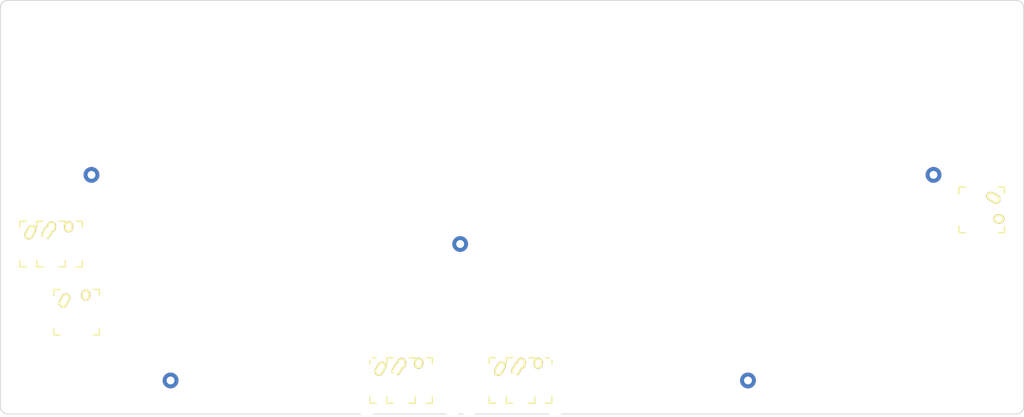
<source format=kicad_pcb>
(kicad_pcb (version 20171130) (host pcbnew "(5.1.2-1)-1")

  (general
    (thickness 1.6)
    (drawings 655)
    (tracks 0)
    (zones 0)
    (modules 13)
    (nets 9)
  )

  (page A3)
  (title_block
    (title kana60)
    (date 2019-09-28)
    (rev rev.1)
    (comment 1 https://github.com/sasaplus1/kana60)
    (comment 2 "designed by sasa+1")
    (comment 3 "JP layout 60% mechanical keyboard")
    (comment 4 "Top plate")
  )

  (layers
    (0 F.Cu signal)
    (31 B.Cu signal)
    (32 B.Adhes user)
    (33 F.Adhes user)
    (34 B.Paste user)
    (35 F.Paste user)
    (36 B.SilkS user)
    (37 F.SilkS user)
    (38 B.Mask user)
    (39 F.Mask user)
    (40 Dwgs.User user)
    (41 Cmts.User user)
    (42 Eco1.User user)
    (43 Eco2.User user)
    (44 Edge.Cuts user)
    (45 Margin user)
    (46 B.CrtYd user)
    (47 F.CrtYd user)
    (48 B.Fab user)
    (49 F.Fab user)
  )

  (setup
    (last_trace_width 0.25)
    (user_trace_width 0.5)
    (trace_clearance 0.2)
    (zone_clearance 0.508)
    (zone_45_only no)
    (trace_min 0.2)
    (via_size 0.8)
    (via_drill 0.4)
    (via_min_size 0.4)
    (via_min_drill 0.3)
    (uvia_size 0.3)
    (uvia_drill 0.1)
    (uvias_allowed no)
    (uvia_min_size 0.2)
    (uvia_min_drill 0.1)
    (edge_width 0.05)
    (segment_width 0.2)
    (pcb_text_width 0.3)
    (pcb_text_size 1.5 1.5)
    (mod_edge_width 0.12)
    (mod_text_size 1 1)
    (mod_text_width 0.15)
    (pad_size 1.524 1.524)
    (pad_drill 0.762)
    (pad_to_mask_clearance 0.051)
    (solder_mask_min_width 0.25)
    (aux_axis_origin 0 0)
    (grid_origin 25.423988 49.2627)
    (visible_elements FFFFFFFF)
    (pcbplotparams
      (layerselection 0x010fc_ffffffff)
      (usegerberextensions false)
      (usegerberattributes false)
      (usegerberadvancedattributes false)
      (creategerberjobfile false)
      (excludeedgelayer true)
      (linewidth 0.100000)
      (plotframeref false)
      (viasonmask false)
      (mode 1)
      (useauxorigin false)
      (hpglpennumber 1)
      (hpglpenspeed 20)
      (hpglpendiameter 15.000000)
      (psnegative false)
      (psa4output false)
      (plotreference true)
      (plotvalue true)
      (plotinvisibletext false)
      (padsonsilk false)
      (subtractmaskfromsilk false)
      (outputformat 4)
      (mirror false)
      (drillshape 0)
      (scaleselection 1)
      (outputdirectory ""))
  )

  (net 0 "")
  (net 1 "Net-(D42-Pad2)")
  (net 2 "Net-(D43-Pad2)")
  (net 3 col0)
  (net 4 col2)
  (net 5 col6)
  (net 6 capslock)
  (net 7 ls)
  (net 8 rs)

  (net_class Default "これはデフォルトのネット クラスです。"
    (clearance 0.2)
    (trace_width 0.25)
    (via_dia 0.8)
    (via_drill 0.4)
    (uvia_dia 0.3)
    (uvia_drill 0.1)
    (add_net "Net-(D42-Pad2)")
    (add_net "Net-(D43-Pad2)")
    (add_net capslock)
    (add_net col0)
    (add_net col2)
    (add_net col6)
    (add_net ls)
    (add_net rs)
  )

  (net_class Power ""
    (clearance 0.2)
    (trace_width 0.5)
    (via_dia 0.8)
    (via_drill 0.4)
    (uvia_dia 0.3)
    (uvia_drill 0.1)
  )

  (module Keebio-Parts:Hybrid_PCB_200H (layer F.Cu) (tedit 4FDE2A7B) (tstamp 5D38B8DE)
    (at 130.198988 125.4627)
    (path /5D164FAC)
    (fp_text reference SW60 (at 0 3.175) (layer F.SilkS) hide
      (effects (font (size 1.27 1.524) (thickness 0.2032)))
    )
    (fp_text value SW_PUSH (at 0 5.08) (layer F.SilkS) hide
      (effects (font (size 1.27 1.524) (thickness 0.2032)))
    )
    (fp_text user 2.00u (at -15.24 8.255) (layer Dwgs.User)
      (effects (font (size 1.524 1.524) (thickness 0.3048)))
    )
    (fp_line (start -6.35 -6.35) (end 6.35 -6.35) (layer Cmts.User) (width 0.1524))
    (fp_line (start 6.35 -6.35) (end 6.35 6.35) (layer Cmts.User) (width 0.1524))
    (fp_line (start 6.35 6.35) (end -6.35 6.35) (layer Cmts.User) (width 0.1524))
    (fp_line (start -6.35 6.35) (end -6.35 -6.35) (layer Cmts.User) (width 0.1524))
    (fp_line (start -18.923 -9.398) (end 18.923 -9.398) (layer Dwgs.User) (width 0.1524))
    (fp_line (start 18.923 -9.398) (end 18.923 9.398) (layer Dwgs.User) (width 0.1524))
    (fp_line (start 18.923 9.398) (end -18.923 9.398) (layer Dwgs.User) (width 0.1524))
    (fp_line (start -18.923 9.398) (end -18.923 -9.398) (layer Dwgs.User) (width 0.1524))
    (fp_line (start -6.35 -6.35) (end -4.572 -6.35) (layer F.SilkS) (width 0.381))
    (fp_line (start 4.572 -6.35) (end 6.35 -6.35) (layer F.SilkS) (width 0.381))
    (fp_line (start 6.35 -6.35) (end 6.35 -4.572) (layer F.SilkS) (width 0.381))
    (fp_line (start 6.35 4.572) (end 6.35 6.35) (layer F.SilkS) (width 0.381))
    (fp_line (start 6.35 6.35) (end 4.572 6.35) (layer F.SilkS) (width 0.381))
    (fp_line (start -4.572 6.35) (end -6.35 6.35) (layer F.SilkS) (width 0.381))
    (fp_line (start -6.35 6.35) (end -6.35 4.572) (layer F.SilkS) (width 0.381))
    (fp_line (start -6.35 -4.572) (end -6.35 -6.35) (layer F.SilkS) (width 0.381))
    (fp_line (start -6.985 -6.985) (end 6.985 -6.985) (layer Eco2.User) (width 0.1524))
    (fp_line (start 6.985 -6.985) (end 6.985 -4.8768) (layer Eco2.User) (width 0.1524))
    (fp_line (start 6.985 -4.8768) (end 8.6106 -4.8768) (layer Eco2.User) (width 0.1524))
    (fp_line (start 8.6106 -4.8768) (end 8.6106 -5.6896) (layer Eco2.User) (width 0.1524))
    (fp_line (start 8.6106 -5.6896) (end 15.2654 -5.6896) (layer Eco2.User) (width 0.1524))
    (fp_line (start 15.2654 -5.6896) (end 15.2654 -2.286) (layer Eco2.User) (width 0.1524))
    (fp_line (start 15.2654 -2.286) (end 16.129 -2.286) (layer Eco2.User) (width 0.1524))
    (fp_line (start 16.129 -2.286) (end 16.129 0.508) (layer Eco2.User) (width 0.1524))
    (fp_line (start 16.129 0.508) (end 15.2654 0.508) (layer Eco2.User) (width 0.1524))
    (fp_line (start 15.2654 0.508) (end 15.2654 6.604) (layer Eco2.User) (width 0.1524))
    (fp_line (start 15.2654 6.604) (end 14.224 6.604) (layer Eco2.User) (width 0.1524))
    (fp_line (start 14.224 6.604) (end 14.224 7.7724) (layer Eco2.User) (width 0.1524))
    (fp_line (start 14.224 7.7724) (end 9.652 7.7724) (layer Eco2.User) (width 0.1524))
    (fp_line (start 9.652 7.7724) (end 9.652 6.604) (layer Eco2.User) (width 0.1524))
    (fp_line (start 9.652 6.604) (end 8.6106 6.604) (layer Eco2.User) (width 0.1524))
    (fp_line (start 8.6106 6.604) (end 8.6106 5.8166) (layer Eco2.User) (width 0.1524))
    (fp_line (start 8.6106 5.8166) (end 6.985 5.8166) (layer Eco2.User) (width 0.1524))
    (fp_line (start 6.985 5.8166) (end 6.985 6.985) (layer Eco2.User) (width 0.1524))
    (fp_line (start 6.985 6.985) (end -6.985 6.985) (layer Eco2.User) (width 0.1524))
    (fp_line (start -6.985 6.985) (end -6.985 5.8166) (layer Eco2.User) (width 0.1524))
    (fp_line (start -6.985 5.8166) (end -8.6106 5.8166) (layer Eco2.User) (width 0.1524))
    (fp_line (start -8.6106 5.8166) (end -8.6106 6.604) (layer Eco2.User) (width 0.1524))
    (fp_line (start -8.6106 6.604) (end -9.652 6.604) (layer Eco2.User) (width 0.1524))
    (fp_line (start -9.652 6.604) (end -9.652 7.7724) (layer Eco2.User) (width 0.1524))
    (fp_line (start -9.652 7.7724) (end -14.224 7.7724) (layer Eco2.User) (width 0.1524))
    (fp_line (start -14.224 7.7724) (end -14.224 6.604) (layer Eco2.User) (width 0.1524))
    (fp_line (start -14.224 6.604) (end -15.2654 6.604) (layer Eco2.User) (width 0.1524))
    (fp_line (start -15.2654 6.604) (end -15.2654 0.508) (layer Eco2.User) (width 0.1524))
    (fp_line (start -15.2654 0.508) (end -16.129 0.508) (layer Eco2.User) (width 0.1524))
    (fp_line (start -16.129 0.508) (end -16.129 -2.286) (layer Eco2.User) (width 0.1524))
    (fp_line (start -16.129 -2.286) (end -15.2654 -2.286) (layer Eco2.User) (width 0.1524))
    (fp_line (start -15.2654 -2.286) (end -15.2654 -5.6896) (layer Eco2.User) (width 0.1524))
    (fp_line (start -15.2654 -5.6896) (end -8.6106 -5.6896) (layer Eco2.User) (width 0.1524))
    (fp_line (start -8.6106 -5.6896) (end -8.6106 -4.8768) (layer Eco2.User) (width 0.1524))
    (fp_line (start -8.6106 -4.8768) (end -6.985 -4.8768) (layer Eco2.User) (width 0.1524))
    (fp_line (start -6.985 -4.8768) (end -6.985 -6.985) (layer Eco2.User) (width 0.1524))
    (fp_line (start 15.367 -7.62) (end 8.509 -7.62) (layer Cmts.User) (width 0.1524))
    (fp_line (start 8.509 -7.62) (end 8.509 7.62) (layer Cmts.User) (width 0.1524))
    (fp_line (start 8.509 7.62) (end -8.509 7.62) (layer Cmts.User) (width 0.1524))
    (fp_line (start -8.509 7.62) (end -8.509 -7.62) (layer Cmts.User) (width 0.1524))
    (fp_line (start -8.509 -7.62) (end -15.367 -7.62) (layer Cmts.User) (width 0.1524))
    (fp_line (start -15.367 -7.62) (end -15.367 10.16) (layer Cmts.User) (width 0.1524))
    (fp_line (start -15.367 10.16) (end 15.367 10.16) (layer Cmts.User) (width 0.1524))
    (fp_line (start 15.367 10.16) (end 15.367 -7.62) (layer Cmts.User) (width 0.1524))
    (pad 1 thru_hole oval (at -3.405 -3.27 330.95) (size 2.5 4.17) (drill oval 1.5 3.17) (layers *.Cu *.Mask F.SilkS)
      (net 7 ls))
    (pad 2 thru_hole oval (at 2.52 -4.79 356.1) (size 2.5 3.08) (drill oval 1.5 2.08) (layers *.Cu *.Mask F.SilkS)
      (net 4 col2))
    (pad HOLE np_thru_hole circle (at 0 0) (size 3.9878 3.9878) (drill 3.9878) (layers *.Cu))
    (pad HOLE np_thru_hole circle (at -5.08 0) (size 1.8 1.8) (drill 1.8) (layers *.Cu))
    (pad HOLE np_thru_hole circle (at 5.08 0) (size 1.8 1.8) (drill 1.8) (layers *.Cu))
    (pad HOLE np_thru_hole circle (at -11.938 -6.985) (size 3.048 3.048) (drill 3.048) (layers *.Cu))
    (pad HOLE np_thru_hole circle (at 11.938 -6.985) (size 3.048 3.048) (drill 3.048) (layers *.Cu))
    (pad HOLE np_thru_hole circle (at -11.938 8.255) (size 3.9878 3.9878) (drill 3.9878) (layers *.Cu))
    (pad HOLE np_thru_hole circle (at 11.938 8.255) (size 3.9878 3.9878) (drill 3.9878) (layers *.Cu))
  )

  (module Keebio-Parts:Hybrid_PCB_100H (layer F.Cu) (tedit 549A0505) (tstamp 5D38BA0F)
    (at 125.436488 125.4627)
    (path /5D2C30F4)
    (fp_text reference SW69 (at 0 3.175) (layer F.SilkS) hide
      (effects (font (size 1.27 1.524) (thickness 0.2032)))
    )
    (fp_text value SW_PUSH (at 0 5.08) (layer F.SilkS) hide
      (effects (font (size 1.27 1.524) (thickness 0.2032)))
    )
    (fp_text user 1.00u (at -5.715 8.255) (layer Dwgs.User)
      (effects (font (size 1.524 1.524) (thickness 0.3048)))
    )
    (fp_line (start -6.35 -6.35) (end 6.35 -6.35) (layer Cmts.User) (width 0.1524))
    (fp_line (start 6.35 -6.35) (end 6.35 6.35) (layer Cmts.User) (width 0.1524))
    (fp_line (start 6.35 6.35) (end -6.35 6.35) (layer Cmts.User) (width 0.1524))
    (fp_line (start -6.35 6.35) (end -6.35 -6.35) (layer Cmts.User) (width 0.1524))
    (fp_line (start -9.398 -9.398) (end 9.398 -9.398) (layer Dwgs.User) (width 0.1524))
    (fp_line (start 9.398 -9.398) (end 9.398 9.398) (layer Dwgs.User) (width 0.1524))
    (fp_line (start 9.398 9.398) (end -9.398 9.398) (layer Dwgs.User) (width 0.1524))
    (fp_line (start -9.398 9.398) (end -9.398 -9.398) (layer Dwgs.User) (width 0.1524))
    (fp_line (start -6.35 -6.35) (end -4.572 -6.35) (layer F.SilkS) (width 0.381))
    (fp_line (start 4.572 -6.35) (end 6.35 -6.35) (layer F.SilkS) (width 0.381))
    (fp_line (start 6.35 -6.35) (end 6.35 -4.572) (layer F.SilkS) (width 0.381))
    (fp_line (start 6.35 4.572) (end 6.35 6.35) (layer F.SilkS) (width 0.381))
    (fp_line (start 6.35 6.35) (end 4.572 6.35) (layer F.SilkS) (width 0.381))
    (fp_line (start -4.572 6.35) (end -6.35 6.35) (layer F.SilkS) (width 0.381))
    (fp_line (start -6.35 6.35) (end -6.35 4.572) (layer F.SilkS) (width 0.381))
    (fp_line (start -6.35 -4.572) (end -6.35 -6.35) (layer F.SilkS) (width 0.381))
    (fp_line (start -6.985 -6.985) (end 6.985 -6.985) (layer Eco2.User) (width 0.1524))
    (fp_line (start 6.985 -6.985) (end 6.985 6.985) (layer Eco2.User) (width 0.1524))
    (fp_line (start 6.985 6.985) (end -6.985 6.985) (layer Eco2.User) (width 0.1524))
    (fp_line (start -6.985 6.985) (end -6.985 -6.985) (layer Eco2.User) (width 0.1524))
    (pad 1 thru_hole oval (at -3.405 -3.27 330.95) (size 2.5 4.17) (drill oval 1.5 3.17) (layers *.Cu *.Mask F.SilkS)
      (net 4 col2))
    (pad 2 thru_hole oval (at 2.52 -4.79 356.1) (size 2.5 3.08) (drill oval 1.5 2.08) (layers *.Cu *.Mask F.SilkS)
      (net 7 ls))
    (pad HOLE np_thru_hole circle (at 0 0) (size 3.9878 3.9878) (drill 3.9878) (layers *.Cu))
    (pad HOLE np_thru_hole circle (at -5.08 0) (size 1.8 1.8) (drill 1.8) (layers *.Cu))
    (pad HOLE np_thru_hole circle (at 5.08 0) (size 1.8 1.8) (drill 1.8) (layers *.Cu))
  )

  (module Keebio-Parts:Hybrid_PCB_200H (layer F.Cu) (tedit 4FDE2A7B) (tstamp 5D38B67C)
    (at 289.742738 77.8377 270)
    (path /5D3A855F)
    (fp_text reference SW42 (at 0 3.175 90) (layer F.SilkS) hide
      (effects (font (size 1.27 1.524) (thickness 0.2032)))
    )
    (fp_text value SW_PUSH (at 0 5.08 90) (layer F.SilkS) hide
      (effects (font (size 1.27 1.524) (thickness 0.2032)))
    )
    (fp_line (start 15.367 10.16) (end 15.367 -7.62) (layer Cmts.User) (width 0.1524))
    (fp_line (start -15.367 10.16) (end 15.367 10.16) (layer Cmts.User) (width 0.1524))
    (fp_line (start -15.367 -7.62) (end -15.367 10.16) (layer Cmts.User) (width 0.1524))
    (fp_line (start -8.509 -7.62) (end -15.367 -7.62) (layer Cmts.User) (width 0.1524))
    (fp_line (start -8.509 7.62) (end -8.509 -7.62) (layer Cmts.User) (width 0.1524))
    (fp_line (start 8.509 7.62) (end -8.509 7.62) (layer Cmts.User) (width 0.1524))
    (fp_line (start 8.509 -7.62) (end 8.509 7.62) (layer Cmts.User) (width 0.1524))
    (fp_line (start 15.367 -7.62) (end 8.509 -7.62) (layer Cmts.User) (width 0.1524))
    (fp_line (start -6.985 -4.8768) (end -6.985 -6.985) (layer Eco2.User) (width 0.1524))
    (fp_line (start -8.6106 -4.8768) (end -6.985 -4.8768) (layer Eco2.User) (width 0.1524))
    (fp_line (start -8.6106 -5.6896) (end -8.6106 -4.8768) (layer Eco2.User) (width 0.1524))
    (fp_line (start -15.2654 -5.6896) (end -8.6106 -5.6896) (layer Eco2.User) (width 0.1524))
    (fp_line (start -15.2654 -2.286) (end -15.2654 -5.6896) (layer Eco2.User) (width 0.1524))
    (fp_line (start -16.129 -2.286) (end -15.2654 -2.286) (layer Eco2.User) (width 0.1524))
    (fp_line (start -16.129 0.508) (end -16.129 -2.286) (layer Eco2.User) (width 0.1524))
    (fp_line (start -15.2654 0.508) (end -16.129 0.508) (layer Eco2.User) (width 0.1524))
    (fp_line (start -15.2654 6.604) (end -15.2654 0.508) (layer Eco2.User) (width 0.1524))
    (fp_line (start -14.224 6.604) (end -15.2654 6.604) (layer Eco2.User) (width 0.1524))
    (fp_line (start -14.224 7.7724) (end -14.224 6.604) (layer Eco2.User) (width 0.1524))
    (fp_line (start -9.652 7.7724) (end -14.224 7.7724) (layer Eco2.User) (width 0.1524))
    (fp_line (start -9.652 6.604) (end -9.652 7.7724) (layer Eco2.User) (width 0.1524))
    (fp_line (start -8.6106 6.604) (end -9.652 6.604) (layer Eco2.User) (width 0.1524))
    (fp_line (start -8.6106 5.8166) (end -8.6106 6.604) (layer Eco2.User) (width 0.1524))
    (fp_line (start -6.985 5.8166) (end -8.6106 5.8166) (layer Eco2.User) (width 0.1524))
    (fp_line (start -6.985 6.985) (end -6.985 5.8166) (layer Eco2.User) (width 0.1524))
    (fp_line (start 6.985 6.985) (end -6.985 6.985) (layer Eco2.User) (width 0.1524))
    (fp_line (start 6.985 5.8166) (end 6.985 6.985) (layer Eco2.User) (width 0.1524))
    (fp_line (start 8.6106 5.8166) (end 6.985 5.8166) (layer Eco2.User) (width 0.1524))
    (fp_line (start 8.6106 6.604) (end 8.6106 5.8166) (layer Eco2.User) (width 0.1524))
    (fp_line (start 9.652 6.604) (end 8.6106 6.604) (layer Eco2.User) (width 0.1524))
    (fp_line (start 9.652 7.7724) (end 9.652 6.604) (layer Eco2.User) (width 0.1524))
    (fp_line (start 14.224 7.7724) (end 9.652 7.7724) (layer Eco2.User) (width 0.1524))
    (fp_line (start 14.224 6.604) (end 14.224 7.7724) (layer Eco2.User) (width 0.1524))
    (fp_line (start 15.2654 6.604) (end 14.224 6.604) (layer Eco2.User) (width 0.1524))
    (fp_line (start 15.2654 0.508) (end 15.2654 6.604) (layer Eco2.User) (width 0.1524))
    (fp_line (start 16.129 0.508) (end 15.2654 0.508) (layer Eco2.User) (width 0.1524))
    (fp_line (start 16.129 -2.286) (end 16.129 0.508) (layer Eco2.User) (width 0.1524))
    (fp_line (start 15.2654 -2.286) (end 16.129 -2.286) (layer Eco2.User) (width 0.1524))
    (fp_line (start 15.2654 -5.6896) (end 15.2654 -2.286) (layer Eco2.User) (width 0.1524))
    (fp_line (start 8.6106 -5.6896) (end 15.2654 -5.6896) (layer Eco2.User) (width 0.1524))
    (fp_line (start 8.6106 -4.8768) (end 8.6106 -5.6896) (layer Eco2.User) (width 0.1524))
    (fp_line (start 6.985 -4.8768) (end 8.6106 -4.8768) (layer Eco2.User) (width 0.1524))
    (fp_line (start 6.985 -6.985) (end 6.985 -4.8768) (layer Eco2.User) (width 0.1524))
    (fp_line (start -6.985 -6.985) (end 6.985 -6.985) (layer Eco2.User) (width 0.1524))
    (fp_line (start -6.35 -4.572) (end -6.35 -6.35) (layer F.SilkS) (width 0.381))
    (fp_line (start -6.35 6.35) (end -6.35 4.572) (layer F.SilkS) (width 0.381))
    (fp_line (start -4.572 6.35) (end -6.35 6.35) (layer F.SilkS) (width 0.381))
    (fp_line (start 6.35 6.35) (end 4.572 6.35) (layer F.SilkS) (width 0.381))
    (fp_line (start 6.35 4.572) (end 6.35 6.35) (layer F.SilkS) (width 0.381))
    (fp_line (start 6.35 -6.35) (end 6.35 -4.572) (layer F.SilkS) (width 0.381))
    (fp_line (start 4.572 -6.35) (end 6.35 -6.35) (layer F.SilkS) (width 0.381))
    (fp_line (start -6.35 -6.35) (end -4.572 -6.35) (layer F.SilkS) (width 0.381))
    (fp_line (start -18.923 9.398) (end -18.923 -9.398) (layer Dwgs.User) (width 0.1524))
    (fp_line (start 18.923 9.398) (end -18.923 9.398) (layer Dwgs.User) (width 0.1524))
    (fp_line (start 18.923 -9.398) (end 18.923 9.398) (layer Dwgs.User) (width 0.1524))
    (fp_line (start -18.923 -9.398) (end 18.923 -9.398) (layer Dwgs.User) (width 0.1524))
    (fp_line (start -6.35 6.35) (end -6.35 -6.35) (layer Cmts.User) (width 0.1524))
    (fp_line (start 6.35 6.35) (end -6.35 6.35) (layer Cmts.User) (width 0.1524))
    (fp_line (start 6.35 -6.35) (end 6.35 6.35) (layer Cmts.User) (width 0.1524))
    (fp_line (start -6.35 -6.35) (end 6.35 -6.35) (layer Cmts.User) (width 0.1524))
    (fp_text user 2.00u (at -15.24 8.255 90) (layer Dwgs.User)
      (effects (font (size 1.524 1.524) (thickness 0.3048)))
    )
    (pad HOLE np_thru_hole circle (at 11.938 8.255 270) (size 3.9878 3.9878) (drill 3.9878) (layers *.Cu))
    (pad HOLE np_thru_hole circle (at -11.938 8.255 270) (size 3.9878 3.9878) (drill 3.9878) (layers *.Cu))
    (pad HOLE np_thru_hole circle (at 11.938 -6.985 270) (size 3.048 3.048) (drill 3.048) (layers *.Cu))
    (pad HOLE np_thru_hole circle (at -11.938 -6.985 270) (size 3.048 3.048) (drill 3.048) (layers *.Cu))
    (pad HOLE np_thru_hole circle (at 5.08 0 270) (size 1.8 1.8) (drill 1.8) (layers *.Cu))
    (pad HOLE np_thru_hole circle (at -5.08 0 270) (size 1.8 1.8) (drill 1.8) (layers *.Cu))
    (pad HOLE np_thru_hole circle (at 0 0 270) (size 3.9878 3.9878) (drill 3.9878) (layers *.Cu))
    (pad 2 thru_hole oval (at 2.52 -4.79 266.1) (size 2.5 3.08) (drill oval 1.5 2.08) (layers *.Cu *.Mask F.SilkS)
      (net 5 col6))
    (pad 1 thru_hole oval (at -3.405 -3.27 240.95) (size 2.5 4.17) (drill oval 1.5 3.17) (layers *.Cu *.Mask F.SilkS)
      (net 1 "Net-(D42-Pad2)"))
  )

  (module MountingHole:MountingHole_2.2mm_M2_Pad (layer F.Cu) (tedit 56D1B4CB) (tstamp 5D271E1D)
    (at 224.559988 125.4627)
    (descr "Mounting Hole 2.2mm, M2")
    (tags "mounting hole 2.2mm m2")
    (attr virtual)
    (fp_text reference REF9 (at 0 -3.2) (layer F.SilkS) hide
      (effects (font (size 1 1) (thickness 0.15)))
    )
    (fp_text value MountingHole_2.2mm_M2_Pad (at 0 3.2) (layer F.Fab)
      (effects (font (size 1 1) (thickness 0.15)))
    )
    (fp_text user %R (at 0.3 0) (layer F.Fab)
      (effects (font (size 1 1) (thickness 0.15)))
    )
    (fp_circle (center 0 0) (end 2.2 0) (layer Cmts.User) (width 0.15))
    (fp_circle (center 0 0) (end 2.45 0) (layer F.CrtYd) (width 0.05))
    (pad 1 thru_hole circle (at 0 0) (size 4.4 4.4) (drill 2.2) (layers *.Cu *.Mask))
  )

  (module MountingHole:MountingHole_2.2mm_M2_Pad (layer F.Cu) (tedit 56D1B4CB) (tstamp 5D271E1D)
    (at 63.523988 125.4627)
    (descr "Mounting Hole 2.2mm, M2")
    (tags "mounting hole 2.2mm m2")
    (attr virtual)
    (fp_text reference REF8 (at 0 -3.2) (layer F.SilkS) hide
      (effects (font (size 1 1) (thickness 0.15)))
    )
    (fp_text value MountingHole_2.2mm_M2_Pad (at 0 3.2) (layer F.Fab)
      (effects (font (size 1 1) (thickness 0.15)))
    )
    (fp_text user %R (at 0.3 0) (layer F.Fab)
      (effects (font (size 1 1) (thickness 0.15)))
    )
    (fp_circle (center 0 0) (end 2.2 0) (layer Cmts.User) (width 0.15))
    (fp_circle (center 0 0) (end 2.45 0) (layer F.CrtYd) (width 0.05))
    (pad 1 thru_hole circle (at 0 0) (size 4.4 4.4) (drill 2.2) (layers *.Cu *.Mask))
  )

  (module MountingHole:MountingHole_2.2mm_M2_Pad (layer F.Cu) (tedit 56D1B4CB) (tstamp 5D271E1D)
    (at 276.315988 68.0587)
    (descr "Mounting Hole 2.2mm, M2")
    (tags "mounting hole 2.2mm m2")
    (attr virtual)
    (fp_text reference REF6 (at 0 -3.2) (layer F.SilkS) hide
      (effects (font (size 1 1) (thickness 0.15)))
    )
    (fp_text value MountingHole_2.2mm_M2_Pad (at 0 3.2) (layer F.Fab)
      (effects (font (size 1 1) (thickness 0.15)))
    )
    (fp_text user %R (at 0.3 0) (layer F.Fab)
      (effects (font (size 1 1) (thickness 0.15)))
    )
    (fp_circle (center 0 0) (end 2.2 0) (layer Cmts.User) (width 0.15))
    (fp_circle (center 0 0) (end 2.45 0) (layer F.CrtYd) (width 0.05))
    (pad 1 thru_hole circle (at 0 0) (size 4.4 4.4) (drill 2.2) (layers *.Cu *.Mask))
  )

  (module MountingHole:MountingHole_2.2mm_M2_Pad (layer F.Cu) (tedit 56D1B4CB) (tstamp 5D271E1D)
    (at 144.295988 87.3627)
    (descr "Mounting Hole 2.2mm, M2")
    (tags "mounting hole 2.2mm m2")
    (attr virtual)
    (fp_text reference REF7 (at 0 -3.2) (layer F.SilkS) hide
      (effects (font (size 1 1) (thickness 0.15)))
    )
    (fp_text value MountingHole_2.2mm_M2_Pad (at 0 3.2) (layer F.Fab)
      (effects (font (size 1 1) (thickness 0.15)))
    )
    (fp_text user %R (at 0.3 0) (layer F.Fab)
      (effects (font (size 1 1) (thickness 0.15)))
    )
    (fp_circle (center 0 0) (end 2.2 0) (layer Cmts.User) (width 0.15))
    (fp_circle (center 0 0) (end 2.45 0) (layer F.CrtYd) (width 0.05))
    (pad 1 thru_hole circle (at 0 0) (size 4.4 4.4) (drill 2.2) (layers *.Cu *.Mask))
  )

  (module MountingHole:MountingHole_2.2mm_M2_Pad (layer F.Cu) (tedit 56D1B4CB) (tstamp 5D271E1D)
    (at 41.461988 68.0587)
    (descr "Mounting Hole 2.2mm, M2")
    (tags "mounting hole 2.2mm m2")
    (attr virtual)
    (fp_text reference REF5 (at 0 -3.2) (layer F.SilkS) hide
      (effects (font (size 1 1) (thickness 0.15)))
    )
    (fp_text value MountingHole_2.2mm_M2_Pad (at 0 3.2) (layer F.Fab)
      (effects (font (size 1 1) (thickness 0.15)))
    )
    (fp_text user %R (at 0.3 0) (layer F.Fab)
      (effects (font (size 1 1) (thickness 0.15)))
    )
    (fp_circle (center 0 0) (end 2.2 0) (layer Cmts.User) (width 0.15))
    (fp_circle (center 0 0) (end 2.45 0) (layer F.CrtYd) (width 0.05))
    (pad 1 thru_hole circle (at 0 0) (size 4.4 4.4) (drill 2.2) (layers *.Cu *.Mask))
  )

  (module Keebio-Parts:Hybrid_PCB_200H (layer F.Cu) (tedit 4FDE2A7B) (tstamp 5D38B6C5)
    (at 37.330238 106.4127)
    (path /5D132954)
    (fp_text reference SW43 (at 0 3.175) (layer F.SilkS) hide
      (effects (font (size 1.27 1.524) (thickness 0.2032)))
    )
    (fp_text value SW_PUSH (at 0 5.08) (layer F.SilkS) hide
      (effects (font (size 1.27 1.524) (thickness 0.2032)))
    )
    (fp_line (start 15.367 10.16) (end 15.367 -7.62) (layer Cmts.User) (width 0.1524))
    (fp_line (start -15.367 10.16) (end 15.367 10.16) (layer Cmts.User) (width 0.1524))
    (fp_line (start -15.367 -7.62) (end -15.367 10.16) (layer Cmts.User) (width 0.1524))
    (fp_line (start -8.509 -7.62) (end -15.367 -7.62) (layer Cmts.User) (width 0.1524))
    (fp_line (start -8.509 7.62) (end -8.509 -7.62) (layer Cmts.User) (width 0.1524))
    (fp_line (start 8.509 7.62) (end -8.509 7.62) (layer Cmts.User) (width 0.1524))
    (fp_line (start 8.509 -7.62) (end 8.509 7.62) (layer Cmts.User) (width 0.1524))
    (fp_line (start 15.367 -7.62) (end 8.509 -7.62) (layer Cmts.User) (width 0.1524))
    (fp_line (start -6.985 -4.8768) (end -6.985 -6.985) (layer Eco2.User) (width 0.1524))
    (fp_line (start -8.6106 -4.8768) (end -6.985 -4.8768) (layer Eco2.User) (width 0.1524))
    (fp_line (start -8.6106 -5.6896) (end -8.6106 -4.8768) (layer Eco2.User) (width 0.1524))
    (fp_line (start -15.2654 -5.6896) (end -8.6106 -5.6896) (layer Eco2.User) (width 0.1524))
    (fp_line (start -15.2654 -2.286) (end -15.2654 -5.6896) (layer Eco2.User) (width 0.1524))
    (fp_line (start -16.129 -2.286) (end -15.2654 -2.286) (layer Eco2.User) (width 0.1524))
    (fp_line (start -16.129 0.508) (end -16.129 -2.286) (layer Eco2.User) (width 0.1524))
    (fp_line (start -15.2654 0.508) (end -16.129 0.508) (layer Eco2.User) (width 0.1524))
    (fp_line (start -15.2654 6.604) (end -15.2654 0.508) (layer Eco2.User) (width 0.1524))
    (fp_line (start -14.224 6.604) (end -15.2654 6.604) (layer Eco2.User) (width 0.1524))
    (fp_line (start -14.224 7.7724) (end -14.224 6.604) (layer Eco2.User) (width 0.1524))
    (fp_line (start -9.652 7.7724) (end -14.224 7.7724) (layer Eco2.User) (width 0.1524))
    (fp_line (start -9.652 6.604) (end -9.652 7.7724) (layer Eco2.User) (width 0.1524))
    (fp_line (start -8.6106 6.604) (end -9.652 6.604) (layer Eco2.User) (width 0.1524))
    (fp_line (start -8.6106 5.8166) (end -8.6106 6.604) (layer Eco2.User) (width 0.1524))
    (fp_line (start -6.985 5.8166) (end -8.6106 5.8166) (layer Eco2.User) (width 0.1524))
    (fp_line (start -6.985 6.985) (end -6.985 5.8166) (layer Eco2.User) (width 0.1524))
    (fp_line (start 6.985 6.985) (end -6.985 6.985) (layer Eco2.User) (width 0.1524))
    (fp_line (start 6.985 5.8166) (end 6.985 6.985) (layer Eco2.User) (width 0.1524))
    (fp_line (start 8.6106 5.8166) (end 6.985 5.8166) (layer Eco2.User) (width 0.1524))
    (fp_line (start 8.6106 6.604) (end 8.6106 5.8166) (layer Eco2.User) (width 0.1524))
    (fp_line (start 9.652 6.604) (end 8.6106 6.604) (layer Eco2.User) (width 0.1524))
    (fp_line (start 9.652 7.7724) (end 9.652 6.604) (layer Eco2.User) (width 0.1524))
    (fp_line (start 14.224 7.7724) (end 9.652 7.7724) (layer Eco2.User) (width 0.1524))
    (fp_line (start 14.224 6.604) (end 14.224 7.7724) (layer Eco2.User) (width 0.1524))
    (fp_line (start 15.2654 6.604) (end 14.224 6.604) (layer Eco2.User) (width 0.1524))
    (fp_line (start 15.2654 0.508) (end 15.2654 6.604) (layer Eco2.User) (width 0.1524))
    (fp_line (start 16.129 0.508) (end 15.2654 0.508) (layer Eco2.User) (width 0.1524))
    (fp_line (start 16.129 -2.286) (end 16.129 0.508) (layer Eco2.User) (width 0.1524))
    (fp_line (start 15.2654 -2.286) (end 16.129 -2.286) (layer Eco2.User) (width 0.1524))
    (fp_line (start 15.2654 -5.6896) (end 15.2654 -2.286) (layer Eco2.User) (width 0.1524))
    (fp_line (start 8.6106 -5.6896) (end 15.2654 -5.6896) (layer Eco2.User) (width 0.1524))
    (fp_line (start 8.6106 -4.8768) (end 8.6106 -5.6896) (layer Eco2.User) (width 0.1524))
    (fp_line (start 6.985 -4.8768) (end 8.6106 -4.8768) (layer Eco2.User) (width 0.1524))
    (fp_line (start 6.985 -6.985) (end 6.985 -4.8768) (layer Eco2.User) (width 0.1524))
    (fp_line (start -6.985 -6.985) (end 6.985 -6.985) (layer Eco2.User) (width 0.1524))
    (fp_line (start -6.35 -4.572) (end -6.35 -6.35) (layer F.SilkS) (width 0.381))
    (fp_line (start -6.35 6.35) (end -6.35 4.572) (layer F.SilkS) (width 0.381))
    (fp_line (start -4.572 6.35) (end -6.35 6.35) (layer F.SilkS) (width 0.381))
    (fp_line (start 6.35 6.35) (end 4.572 6.35) (layer F.SilkS) (width 0.381))
    (fp_line (start 6.35 4.572) (end 6.35 6.35) (layer F.SilkS) (width 0.381))
    (fp_line (start 6.35 -6.35) (end 6.35 -4.572) (layer F.SilkS) (width 0.381))
    (fp_line (start 4.572 -6.35) (end 6.35 -6.35) (layer F.SilkS) (width 0.381))
    (fp_line (start -6.35 -6.35) (end -4.572 -6.35) (layer F.SilkS) (width 0.381))
    (fp_line (start -18.923 9.398) (end -18.923 -9.398) (layer Dwgs.User) (width 0.1524))
    (fp_line (start 18.923 9.398) (end -18.923 9.398) (layer Dwgs.User) (width 0.1524))
    (fp_line (start 18.923 -9.398) (end 18.923 9.398) (layer Dwgs.User) (width 0.1524))
    (fp_line (start -18.923 -9.398) (end 18.923 -9.398) (layer Dwgs.User) (width 0.1524))
    (fp_line (start -6.35 6.35) (end -6.35 -6.35) (layer Cmts.User) (width 0.1524))
    (fp_line (start 6.35 6.35) (end -6.35 6.35) (layer Cmts.User) (width 0.1524))
    (fp_line (start 6.35 -6.35) (end 6.35 6.35) (layer Cmts.User) (width 0.1524))
    (fp_line (start -6.35 -6.35) (end 6.35 -6.35) (layer Cmts.User) (width 0.1524))
    (fp_text user 2.00u (at -15.24 8.255) (layer Dwgs.User)
      (effects (font (size 1.524 1.524) (thickness 0.3048)))
    )
    (pad HOLE np_thru_hole circle (at 11.938 8.255) (size 3.9878 3.9878) (drill 3.9878) (layers *.Cu))
    (pad HOLE np_thru_hole circle (at -11.938 8.255) (size 3.9878 3.9878) (drill 3.9878) (layers *.Cu))
    (pad HOLE np_thru_hole circle (at 11.938 -6.985) (size 3.048 3.048) (drill 3.048) (layers *.Cu))
    (pad HOLE np_thru_hole circle (at -11.938 -6.985) (size 3.048 3.048) (drill 3.048) (layers *.Cu))
    (pad HOLE np_thru_hole circle (at 5.08 0) (size 1.8 1.8) (drill 1.8) (layers *.Cu))
    (pad HOLE np_thru_hole circle (at -5.08 0) (size 1.8 1.8) (drill 1.8) (layers *.Cu))
    (pad HOLE np_thru_hole circle (at 0 0) (size 3.9878 3.9878) (drill 3.9878) (layers *.Cu))
    (pad 2 thru_hole oval (at 2.52 -4.79 356.1) (size 2.5 3.08) (drill oval 1.5 2.08) (layers *.Cu *.Mask F.SilkS)
      (net 3 col0))
    (pad 1 thru_hole oval (at -3.405 -3.27 330.95) (size 2.5 4.17) (drill oval 1.5 3.17) (layers *.Cu *.Mask F.SilkS)
      (net 2 "Net-(D43-Pad2)"))
  )

  (module Keebio-Parts:Hybrid_PCB_100H (layer F.Cu) (tedit 549A0505) (tstamp 5D38B927)
    (at 163.536488 125.4627)
    (path /5D3A843F)
    (fp_text reference SW61 (at 0 3.175) (layer F.SilkS) hide
      (effects (font (size 1.27 1.524) (thickness 0.2032)))
    )
    (fp_text value SW_PUSH (at 0 5.08) (layer F.SilkS) hide
      (effects (font (size 1.27 1.524) (thickness 0.2032)))
    )
    (fp_text user 1.00u (at -5.715 8.255) (layer Dwgs.User)
      (effects (font (size 1.524 1.524) (thickness 0.3048)))
    )
    (fp_line (start -6.35 -6.35) (end 6.35 -6.35) (layer Cmts.User) (width 0.1524))
    (fp_line (start 6.35 -6.35) (end 6.35 6.35) (layer Cmts.User) (width 0.1524))
    (fp_line (start 6.35 6.35) (end -6.35 6.35) (layer Cmts.User) (width 0.1524))
    (fp_line (start -6.35 6.35) (end -6.35 -6.35) (layer Cmts.User) (width 0.1524))
    (fp_line (start -9.398 -9.398) (end 9.398 -9.398) (layer Dwgs.User) (width 0.1524))
    (fp_line (start 9.398 -9.398) (end 9.398 9.398) (layer Dwgs.User) (width 0.1524))
    (fp_line (start 9.398 9.398) (end -9.398 9.398) (layer Dwgs.User) (width 0.1524))
    (fp_line (start -9.398 9.398) (end -9.398 -9.398) (layer Dwgs.User) (width 0.1524))
    (fp_line (start -6.35 -6.35) (end -4.572 -6.35) (layer F.SilkS) (width 0.381))
    (fp_line (start 4.572 -6.35) (end 6.35 -6.35) (layer F.SilkS) (width 0.381))
    (fp_line (start 6.35 -6.35) (end 6.35 -4.572) (layer F.SilkS) (width 0.381))
    (fp_line (start 6.35 4.572) (end 6.35 6.35) (layer F.SilkS) (width 0.381))
    (fp_line (start 6.35 6.35) (end 4.572 6.35) (layer F.SilkS) (width 0.381))
    (fp_line (start -4.572 6.35) (end -6.35 6.35) (layer F.SilkS) (width 0.381))
    (fp_line (start -6.35 6.35) (end -6.35 4.572) (layer F.SilkS) (width 0.381))
    (fp_line (start -6.35 -4.572) (end -6.35 -6.35) (layer F.SilkS) (width 0.381))
    (fp_line (start -6.985 -6.985) (end 6.985 -6.985) (layer Eco2.User) (width 0.1524))
    (fp_line (start 6.985 -6.985) (end 6.985 6.985) (layer Eco2.User) (width 0.1524))
    (fp_line (start 6.985 6.985) (end -6.985 6.985) (layer Eco2.User) (width 0.1524))
    (fp_line (start -6.985 6.985) (end -6.985 -6.985) (layer Eco2.User) (width 0.1524))
    (pad 1 thru_hole oval (at -3.405 -3.27 330.95) (size 2.5 4.17) (drill oval 1.5 3.17) (layers *.Cu *.Mask F.SilkS)
      (net 8 rs))
    (pad 2 thru_hole oval (at 2.52 -4.79 356.1) (size 2.5 3.08) (drill oval 1.5 2.08) (layers *.Cu *.Mask F.SilkS)
      (net 4 col2))
    (pad HOLE np_thru_hole circle (at 0 0) (size 3.9878 3.9878) (drill 3.9878) (layers *.Cu))
    (pad HOLE np_thru_hole circle (at -5.08 0) (size 1.8 1.8) (drill 1.8) (layers *.Cu))
    (pad HOLE np_thru_hole circle (at 5.08 0) (size 1.8 1.8) (drill 1.8) (layers *.Cu))
  )

  (module Keebio-Parts:Hybrid_PCB_200H (layer F.Cu) (tedit 4FDE2A7B) (tstamp 5D38BA2C)
    (at 158.773988 125.4627)
    (path /5D2D2364)
    (fp_text reference SW70 (at 0 3.175) (layer F.SilkS) hide
      (effects (font (size 1.27 1.524) (thickness 0.2032)))
    )
    (fp_text value SW_PUSH (at 0 5.08) (layer F.SilkS) hide
      (effects (font (size 1.27 1.524) (thickness 0.2032)))
    )
    (fp_text user 2.00u (at -15.24 8.255) (layer Dwgs.User)
      (effects (font (size 1.524 1.524) (thickness 0.3048)))
    )
    (fp_line (start -6.35 -6.35) (end 6.35 -6.35) (layer Cmts.User) (width 0.1524))
    (fp_line (start 6.35 -6.35) (end 6.35 6.35) (layer Cmts.User) (width 0.1524))
    (fp_line (start 6.35 6.35) (end -6.35 6.35) (layer Cmts.User) (width 0.1524))
    (fp_line (start -6.35 6.35) (end -6.35 -6.35) (layer Cmts.User) (width 0.1524))
    (fp_line (start -18.923 -9.398) (end 18.923 -9.398) (layer Dwgs.User) (width 0.1524))
    (fp_line (start 18.923 -9.398) (end 18.923 9.398) (layer Dwgs.User) (width 0.1524))
    (fp_line (start 18.923 9.398) (end -18.923 9.398) (layer Dwgs.User) (width 0.1524))
    (fp_line (start -18.923 9.398) (end -18.923 -9.398) (layer Dwgs.User) (width 0.1524))
    (fp_line (start -6.35 -6.35) (end -4.572 -6.35) (layer F.SilkS) (width 0.381))
    (fp_line (start 4.572 -6.35) (end 6.35 -6.35) (layer F.SilkS) (width 0.381))
    (fp_line (start 6.35 -6.35) (end 6.35 -4.572) (layer F.SilkS) (width 0.381))
    (fp_line (start 6.35 4.572) (end 6.35 6.35) (layer F.SilkS) (width 0.381))
    (fp_line (start 6.35 6.35) (end 4.572 6.35) (layer F.SilkS) (width 0.381))
    (fp_line (start -4.572 6.35) (end -6.35 6.35) (layer F.SilkS) (width 0.381))
    (fp_line (start -6.35 6.35) (end -6.35 4.572) (layer F.SilkS) (width 0.381))
    (fp_line (start -6.35 -4.572) (end -6.35 -6.35) (layer F.SilkS) (width 0.381))
    (fp_line (start -6.985 -6.985) (end 6.985 -6.985) (layer Eco2.User) (width 0.1524))
    (fp_line (start 6.985 -6.985) (end 6.985 -4.8768) (layer Eco2.User) (width 0.1524))
    (fp_line (start 6.985 -4.8768) (end 8.6106 -4.8768) (layer Eco2.User) (width 0.1524))
    (fp_line (start 8.6106 -4.8768) (end 8.6106 -5.6896) (layer Eco2.User) (width 0.1524))
    (fp_line (start 8.6106 -5.6896) (end 15.2654 -5.6896) (layer Eco2.User) (width 0.1524))
    (fp_line (start 15.2654 -5.6896) (end 15.2654 -2.286) (layer Eco2.User) (width 0.1524))
    (fp_line (start 15.2654 -2.286) (end 16.129 -2.286) (layer Eco2.User) (width 0.1524))
    (fp_line (start 16.129 -2.286) (end 16.129 0.508) (layer Eco2.User) (width 0.1524))
    (fp_line (start 16.129 0.508) (end 15.2654 0.508) (layer Eco2.User) (width 0.1524))
    (fp_line (start 15.2654 0.508) (end 15.2654 6.604) (layer Eco2.User) (width 0.1524))
    (fp_line (start 15.2654 6.604) (end 14.224 6.604) (layer Eco2.User) (width 0.1524))
    (fp_line (start 14.224 6.604) (end 14.224 7.7724) (layer Eco2.User) (width 0.1524))
    (fp_line (start 14.224 7.7724) (end 9.652 7.7724) (layer Eco2.User) (width 0.1524))
    (fp_line (start 9.652 7.7724) (end 9.652 6.604) (layer Eco2.User) (width 0.1524))
    (fp_line (start 9.652 6.604) (end 8.6106 6.604) (layer Eco2.User) (width 0.1524))
    (fp_line (start 8.6106 6.604) (end 8.6106 5.8166) (layer Eco2.User) (width 0.1524))
    (fp_line (start 8.6106 5.8166) (end 6.985 5.8166) (layer Eco2.User) (width 0.1524))
    (fp_line (start 6.985 5.8166) (end 6.985 6.985) (layer Eco2.User) (width 0.1524))
    (fp_line (start 6.985 6.985) (end -6.985 6.985) (layer Eco2.User) (width 0.1524))
    (fp_line (start -6.985 6.985) (end -6.985 5.8166) (layer Eco2.User) (width 0.1524))
    (fp_line (start -6.985 5.8166) (end -8.6106 5.8166) (layer Eco2.User) (width 0.1524))
    (fp_line (start -8.6106 5.8166) (end -8.6106 6.604) (layer Eco2.User) (width 0.1524))
    (fp_line (start -8.6106 6.604) (end -9.652 6.604) (layer Eco2.User) (width 0.1524))
    (fp_line (start -9.652 6.604) (end -9.652 7.7724) (layer Eco2.User) (width 0.1524))
    (fp_line (start -9.652 7.7724) (end -14.224 7.7724) (layer Eco2.User) (width 0.1524))
    (fp_line (start -14.224 7.7724) (end -14.224 6.604) (layer Eco2.User) (width 0.1524))
    (fp_line (start -14.224 6.604) (end -15.2654 6.604) (layer Eco2.User) (width 0.1524))
    (fp_line (start -15.2654 6.604) (end -15.2654 0.508) (layer Eco2.User) (width 0.1524))
    (fp_line (start -15.2654 0.508) (end -16.129 0.508) (layer Eco2.User) (width 0.1524))
    (fp_line (start -16.129 0.508) (end -16.129 -2.286) (layer Eco2.User) (width 0.1524))
    (fp_line (start -16.129 -2.286) (end -15.2654 -2.286) (layer Eco2.User) (width 0.1524))
    (fp_line (start -15.2654 -2.286) (end -15.2654 -5.6896) (layer Eco2.User) (width 0.1524))
    (fp_line (start -15.2654 -5.6896) (end -8.6106 -5.6896) (layer Eco2.User) (width 0.1524))
    (fp_line (start -8.6106 -5.6896) (end -8.6106 -4.8768) (layer Eco2.User) (width 0.1524))
    (fp_line (start -8.6106 -4.8768) (end -6.985 -4.8768) (layer Eco2.User) (width 0.1524))
    (fp_line (start -6.985 -4.8768) (end -6.985 -6.985) (layer Eco2.User) (width 0.1524))
    (fp_line (start 15.367 -7.62) (end 8.509 -7.62) (layer Cmts.User) (width 0.1524))
    (fp_line (start 8.509 -7.62) (end 8.509 7.62) (layer Cmts.User) (width 0.1524))
    (fp_line (start 8.509 7.62) (end -8.509 7.62) (layer Cmts.User) (width 0.1524))
    (fp_line (start -8.509 7.62) (end -8.509 -7.62) (layer Cmts.User) (width 0.1524))
    (fp_line (start -8.509 -7.62) (end -15.367 -7.62) (layer Cmts.User) (width 0.1524))
    (fp_line (start -15.367 -7.62) (end -15.367 10.16) (layer Cmts.User) (width 0.1524))
    (fp_line (start -15.367 10.16) (end 15.367 10.16) (layer Cmts.User) (width 0.1524))
    (fp_line (start 15.367 10.16) (end 15.367 -7.62) (layer Cmts.User) (width 0.1524))
    (pad 1 thru_hole oval (at -3.405 -3.27 330.95) (size 2.5 4.17) (drill oval 1.5 3.17) (layers *.Cu *.Mask F.SilkS)
      (net 4 col2))
    (pad 2 thru_hole oval (at 2.52 -4.79 356.1) (size 2.5 3.08) (drill oval 1.5 2.08) (layers *.Cu *.Mask F.SilkS)
      (net 8 rs))
    (pad HOLE np_thru_hole circle (at 0 0) (size 3.9878 3.9878) (drill 3.9878) (layers *.Cu))
    (pad HOLE np_thru_hole circle (at -5.08 0) (size 1.8 1.8) (drill 1.8) (layers *.Cu))
    (pad HOLE np_thru_hole circle (at 5.08 0) (size 1.8 1.8) (drill 1.8) (layers *.Cu))
    (pad HOLE np_thru_hole circle (at -11.938 -6.985) (size 3.048 3.048) (drill 3.048) (layers *.Cu))
    (pad HOLE np_thru_hole circle (at 11.938 -6.985) (size 3.048 3.048) (drill 3.048) (layers *.Cu))
    (pad HOLE np_thru_hole circle (at -11.938 8.255) (size 3.9878 3.9878) (drill 3.9878) (layers *.Cu))
    (pad HOLE np_thru_hole circle (at 11.938 8.255) (size 3.9878 3.9878) (drill 3.9878) (layers *.Cu))
  )

  (module Keebio-Parts:Hybrid_PCB_175H (layer F.Cu) (tedit 4FDE2C78) (tstamp 5D38C245)
    (at 32.567738 87.3627)
    (path /5D132948)
    (fp_text reference SW29 (at 0 3.175) (layer F.SilkS) hide
      (effects (font (size 1.27 1.524) (thickness 0.2032)))
    )
    (fp_text value SW_PUSH (at 0 5.08) (layer F.SilkS) hide
      (effects (font (size 1.27 1.524) (thickness 0.2032)))
    )
    (fp_text user 1.75u (at -12.86002 8.255) (layer Dwgs.User)
      (effects (font (size 1.524 1.524) (thickness 0.3048)))
    )
    (fp_line (start -6.35 -6.35) (end 6.35 -6.35) (layer Cmts.User) (width 0.1524))
    (fp_line (start 6.35 -6.35) (end 6.35 6.35) (layer Cmts.User) (width 0.1524))
    (fp_line (start 6.35 6.35) (end -6.35 6.35) (layer Cmts.User) (width 0.1524))
    (fp_line (start -6.35 6.35) (end -6.35 -6.35) (layer Cmts.User) (width 0.1524))
    (fp_line (start -16.54302 -9.398) (end 16.54302 -9.398) (layer Dwgs.User) (width 0.1524))
    (fp_line (start 16.54302 -9.398) (end 16.54302 9.398) (layer Dwgs.User) (width 0.1524))
    (fp_line (start 16.54302 9.398) (end -16.54302 9.398) (layer Dwgs.User) (width 0.1524))
    (fp_line (start -16.54302 9.398) (end -16.54302 -9.398) (layer Dwgs.User) (width 0.1524))
    (fp_line (start -6.35 -6.35) (end -4.572 -6.35) (layer F.SilkS) (width 0.381))
    (fp_line (start 4.572 -6.35) (end 6.35 -6.35) (layer F.SilkS) (width 0.381))
    (fp_line (start 6.35 -6.35) (end 6.35 -4.572) (layer F.SilkS) (width 0.381))
    (fp_line (start 6.35 4.572) (end 6.35 6.35) (layer F.SilkS) (width 0.381))
    (fp_line (start 6.35 6.35) (end 4.572 6.35) (layer F.SilkS) (width 0.381))
    (fp_line (start -4.572 6.35) (end -6.35 6.35) (layer F.SilkS) (width 0.381))
    (fp_line (start -6.35 6.35) (end -6.35 4.572) (layer F.SilkS) (width 0.381))
    (fp_line (start -6.35 -4.572) (end -6.35 -6.35) (layer F.SilkS) (width 0.381))
    (fp_line (start -6.985 -6.985) (end 6.985 -6.985) (layer Eco2.User) (width 0.1524))
    (fp_line (start 6.985 -6.985) (end 6.985 6.985) (layer Eco2.User) (width 0.1524))
    (fp_line (start 6.985 6.985) (end -6.985 6.985) (layer Eco2.User) (width 0.1524))
    (fp_line (start -6.985 6.985) (end -6.985 -6.985) (layer Eco2.User) (width 0.1524))
    (pad 1 thru_hole oval (at -3.405 -3.27 330.95) (size 2.5 4.17) (drill oval 1.5 3.17) (layers *.Cu *.Mask F.SilkS)
      (net 6 capslock))
    (pad 2 thru_hole oval (at 2.52 -4.79 356.1) (size 2.5 3.08) (drill oval 1.5 2.08) (layers *.Cu *.Mask F.SilkS)
      (net 3 col0))
    (pad HOLE np_thru_hole circle (at 0 0) (size 3.9878 3.9878) (drill 3.9878) (layers *.Cu))
    (pad HOLE np_thru_hole circle (at -5.08 0) (size 1.8 1.8) (drill 1.8) (layers *.Cu))
    (pad HOLE np_thru_hole circle (at 5.08 0) (size 1.8 1.8) (drill 1.8) (layers *.Cu))
  )

  (module Keebio-Parts:Hybrid_PCB_100H (layer F.Cu) (tedit 549A0505) (tstamp 5D38C310)
    (at 27.805238 87.3627)
    (path /5D96305A)
    (fp_text reference SW68 (at 0 3.175) (layer F.SilkS) hide
      (effects (font (size 1.27 1.524) (thickness 0.2032)))
    )
    (fp_text value SW_PUSH (at 0 5.08) (layer F.SilkS) hide
      (effects (font (size 1.27 1.524) (thickness 0.2032)))
    )
    (fp_text user 1.00u (at -5.715 8.255) (layer Dwgs.User)
      (effects (font (size 1.524 1.524) (thickness 0.3048)))
    )
    (fp_line (start -6.35 -6.35) (end 6.35 -6.35) (layer Cmts.User) (width 0.1524))
    (fp_line (start 6.35 -6.35) (end 6.35 6.35) (layer Cmts.User) (width 0.1524))
    (fp_line (start 6.35 6.35) (end -6.35 6.35) (layer Cmts.User) (width 0.1524))
    (fp_line (start -6.35 6.35) (end -6.35 -6.35) (layer Cmts.User) (width 0.1524))
    (fp_line (start -9.398 -9.398) (end 9.398 -9.398) (layer Dwgs.User) (width 0.1524))
    (fp_line (start 9.398 -9.398) (end 9.398 9.398) (layer Dwgs.User) (width 0.1524))
    (fp_line (start 9.398 9.398) (end -9.398 9.398) (layer Dwgs.User) (width 0.1524))
    (fp_line (start -9.398 9.398) (end -9.398 -9.398) (layer Dwgs.User) (width 0.1524))
    (fp_line (start -6.35 -6.35) (end -4.572 -6.35) (layer F.SilkS) (width 0.381))
    (fp_line (start 4.572 -6.35) (end 6.35 -6.35) (layer F.SilkS) (width 0.381))
    (fp_line (start 6.35 -6.35) (end 6.35 -4.572) (layer F.SilkS) (width 0.381))
    (fp_line (start 6.35 4.572) (end 6.35 6.35) (layer F.SilkS) (width 0.381))
    (fp_line (start 6.35 6.35) (end 4.572 6.35) (layer F.SilkS) (width 0.381))
    (fp_line (start -4.572 6.35) (end -6.35 6.35) (layer F.SilkS) (width 0.381))
    (fp_line (start -6.35 6.35) (end -6.35 4.572) (layer F.SilkS) (width 0.381))
    (fp_line (start -6.35 -4.572) (end -6.35 -6.35) (layer F.SilkS) (width 0.381))
    (fp_line (start -6.985 -6.985) (end 6.985 -6.985) (layer Eco2.User) (width 0.1524))
    (fp_line (start 6.985 -6.985) (end 6.985 6.985) (layer Eco2.User) (width 0.1524))
    (fp_line (start 6.985 6.985) (end -6.985 6.985) (layer Eco2.User) (width 0.1524))
    (fp_line (start -6.985 6.985) (end -6.985 -6.985) (layer Eco2.User) (width 0.1524))
    (pad 1 thru_hole oval (at -3.405 -3.27 330.95) (size 2.5 4.17) (drill oval 1.5 3.17) (layers *.Cu *.Mask F.SilkS)
      (net 3 col0))
    (pad 2 thru_hole oval (at 2.52 -4.79 356.1) (size 2.5 3.08) (drill oval 1.5 2.08) (layers *.Cu *.Mask F.SilkS)
      (net 6 capslock))
    (pad HOLE np_thru_hole circle (at 0 0) (size 3.9878 3.9878) (drill 3.9878) (layers *.Cu))
    (pad HOLE np_thru_hole circle (at -5.08 0) (size 1.8 1.8) (drill 1.8) (layers *.Cu))
    (pad HOLE np_thru_hole circle (at 5.08 0) (size 1.8 1.8) (drill 1.8) (layers *.Cu))
  )

  (gr_line (start 18.07122 19.3255) (end 299.4476 19.3269) (layer Edge.Cuts) (width 0.2) (tstamp 5D496BC8))
  (gr_line (start 17.9155 19.3322) (end 18.07122 19.3255) (layer Edge.Cuts) (width 0.2) (tstamp 5D410630))
  (gr_line (start 17.7584 19.3502) (end 17.9155 19.3322) (layer Edge.Cuts) (width 0.2) (tstamp 5D410633))
  (gr_line (start 17.60544 19.382) (end 17.7584 19.3502) (layer Edge.Cuts) (width 0.2) (tstamp 5D41066F))
  (gr_line (start 17.45248 19.4232) (end 17.60544 19.382) (layer Edge.Cuts) (width 0.2) (tstamp 5D410672))
  (gr_line (start 17.30641 19.4783) (end 17.45248 19.4232) (layer Edge.Cuts) (width 0.2) (tstamp 5D410675))
  (gr_line (start 17.16447 19.5432) (end 17.30641 19.4783) (layer Edge.Cuts) (width 0.2) (tstamp 5D410624))
  (gr_line (start 17.02666 19.6204) (end 17.16447 19.5432) (layer Edge.Cuts) (width 0.2) (tstamp 5D410627))
  (gr_line (start 16.895752 19.7072) (end 17.02666 19.6204) (layer Edge.Cuts) (width 0.2) (tstamp 5D41062A))
  (gr_line (start 16.773105 19.8064) (end 16.895752 19.7072) (layer Edge.Cuts) (width 0.2) (tstamp 5D410612))
  (gr_line (start 16.657352 19.9111) (end 16.773105 19.8064) (layer Edge.Cuts) (width 0.2) (tstamp 5D410615))
  (gr_line (start 16.551243 20.0283) (end 16.657352 19.9111) (layer Edge.Cuts) (width 0.2) (tstamp 5D410618))
  (gr_line (start 16.4534 20.151) (end 16.551243 20.0283) (layer Edge.Cuts) (width 0.2) (tstamp 5D41061B))
  (gr_line (start 16.365206 20.2819) (end 16.4534 20.151) (layer Edge.Cuts) (width 0.2) (tstamp 5D41061E))
  (gr_line (start 16.289415 20.4181) (end 16.365206 20.2819) (layer Edge.Cuts) (width 0.2) (tstamp 5D410648))
  (gr_line (start 16.223269 20.5602) (end 16.289415 20.4181) (layer Edge.Cuts) (width 0.2) (tstamp 5D41064B))
  (gr_line (start 16.169525 20.7077) (end 16.223269 20.5602) (layer Edge.Cuts) (width 0.2) (tstamp 5D41064E))
  (gr_line (start 16.126806 20.859) (end 16.169525 20.7077) (layer Edge.Cuts) (width 0.2) (tstamp 5D410600))
  (gr_line (start 16.096489 21.0136) (end 16.126806 20.859) (layer Edge.Cuts) (width 0.2) (tstamp 5D410603))
  (gr_line (start 16.077197 21.1691) (end 16.096489 21.0136) (layer Edge.Cuts) (width 0.2) (tstamp 5D410606))
  (gr_line (start 16.071684 21.3265) (end 16.077197 21.1691) (layer Edge.Cuts) (width 0.2) (tstamp 5D410609))
  (gr_line (start 16.070306 99.0642) (end 16.071684 21.3265) (layer Edge.Cuts) (width 0.2))
  (gr_line (start 16.070306 132.82743) (end 16.070306 99.0642) (layer Edge.Cuts) (width 0.2))
  (gr_line (start 16.077197 132.98314) (end 16.070306 132.82743) (layer Edge.Cuts) (width 0.2))
  (gr_line (start 16.096489 133.13886) (end 16.077197 132.98314) (layer Edge.Cuts) (width 0.2))
  (gr_line (start 16.126806 133.2932) (end 16.096489 133.13886) (layer Edge.Cuts) (width 0.2))
  (gr_line (start 16.169525 133.44479) (end 16.126806 133.2932) (layer Edge.Cuts) (width 0.2))
  (gr_line (start 16.223269 133.59224) (end 16.169525 133.44479) (layer Edge.Cuts) (width 0.2))
  (gr_line (start 16.289415 133.73417) (end 16.223269 133.59224) (layer Edge.Cuts) (width 0.2))
  (gr_line (start 16.365206 133.8706) (end 16.289415 133.73417) (layer Edge.Cuts) (width 0.2))
  (gr_line (start 16.4534 134.001514) (end 16.365206 133.8706) (layer Edge.Cuts) (width 0.2))
  (gr_line (start 16.551243 134.125536) (end 16.4534 134.001514) (layer Edge.Cuts) (width 0.2))
  (gr_line (start 16.657352 134.241293) (end 16.551243 134.125536) (layer Edge.Cuts) (width 0.2))
  (gr_line (start 16.773105 134.346022) (end 16.657352 134.241293) (layer Edge.Cuts) (width 0.2))
  (gr_line (start 16.895752 134.445241) (end 16.773105 134.346022) (layer Edge.Cuts) (width 0.2))
  (gr_line (start 17.02666 134.53206) (end 16.895752 134.445241) (layer Edge.Cuts) (width 0.2))
  (gr_line (start 17.16447 134.609229) (end 17.02666 134.53206) (layer Edge.Cuts) (width 0.2))
  (gr_line (start 17.30641 134.673997) (end 17.16447 134.609229) (layer Edge.Cuts) (width 0.2))
  (gr_line (start 17.45248 134.729118) (end 17.30641 134.673997) (layer Edge.Cuts) (width 0.2))
  (gr_line (start 17.60544 134.771838) (end 17.45248 134.729118) (layer Edge.Cuts) (width 0.2))
  (gr_line (start 17.7584 134.802155) (end 17.60544 134.771838) (layer Edge.Cuts) (width 0.2))
  (gr_line (start 17.9155 134.820069) (end 17.7584 134.802155) (layer Edge.Cuts) (width 0.2))
  (gr_line (start 18.07122 134.828338) (end 17.9155 134.820069) (layer Edge.Cuts) (width 0.2))
  (gr_line (start 299.4476 134.825582) (end 18.07122 134.828338) (layer Edge.Cuts) (width 0.2))
  (gr_line (start 299.6026 134.820069) (end 299.4476 134.825582) (layer Edge.Cuts) (width 0.2))
  (gr_line (start 299.7586 134.802155) (end 299.6026 134.820069) (layer Edge.Cuts) (width 0.2))
  (gr_line (start 299.9126 134.771838) (end 299.7586 134.802155) (layer Edge.Cuts) (width 0.2))
  (gr_line (start 300.0656 134.729118) (end 299.9126 134.771838) (layer Edge.Cuts) (width 0.2))
  (gr_line (start 300.2126 134.673997) (end 300.0656 134.729118) (layer Edge.Cuts) (width 0.2))
  (gr_line (start 300.3536 134.609229) (end 300.2126 134.673997) (layer Edge.Cuts) (width 0.2))
  (gr_line (start 300.4906 134.53206) (end 300.3536 134.609229) (layer Edge.Cuts) (width 0.2))
  (gr_line (start 300.6216 134.445241) (end 300.4906 134.53206) (layer Edge.Cuts) (width 0.2))
  (gr_line (start 300.7456 134.346022) (end 300.6216 134.445241) (layer Edge.Cuts) (width 0.2))
  (gr_line (start 300.8616 134.241293) (end 300.7456 134.346022) (layer Edge.Cuts) (width 0.2))
  (gr_line (start 300.9676 134.125536) (end 300.8616 134.241293) (layer Edge.Cuts) (width 0.2))
  (gr_line (start 301.0666 134.001514) (end 300.9676 134.125536) (layer Edge.Cuts) (width 0.2))
  (gr_line (start 301.1516 133.8706) (end 301.0666 134.001514) (layer Edge.Cuts) (width 0.2))
  (gr_line (start 301.2296 133.73417) (end 301.1516 133.8706) (layer Edge.Cuts) (width 0.2))
  (gr_line (start 301.2936 133.59224) (end 301.2296 133.73417) (layer Edge.Cuts) (width 0.2))
  (gr_line (start 301.3496 133.44479) (end 301.2936 133.59224) (layer Edge.Cuts) (width 0.2))
  (gr_line (start 301.3906 133.2932) (end 301.3496 133.44479) (layer Edge.Cuts) (width 0.2))
  (gr_line (start 301.4226 133.13886) (end 301.3906 133.2932) (layer Edge.Cuts) (width 0.2))
  (gr_line (start 301.4416 132.98314) (end 301.4226 133.13886) (layer Edge.Cuts) (width 0.2))
  (gr_line (start 301.4466 132.82743) (end 301.4416 132.98314) (layer Edge.Cuts) (width 0.2))
  (gr_line (start 301.4466 99.0642) (end 301.4466 132.82743) (layer Edge.Cuts) (width 0.2))
  (gr_line (start 301.4466 21.3265) (end 301.4466 99.0642) (layer Edge.Cuts) (width 0.2))
  (gr_line (start 301.4416 21.1691) (end 301.4466 21.3265) (layer Edge.Cuts) (width 0.2) (tstamp 5D410621))
  (gr_line (start 301.4226 21.0136) (end 301.4416 21.1691) (layer Edge.Cuts) (width 0.2) (tstamp 5D410636))
  (gr_line (start 301.3906 20.859) (end 301.4226 21.0136) (layer Edge.Cuts) (width 0.2) (tstamp 5D41066C))
  (gr_line (start 301.3496 20.7077) (end 301.3906 20.859) (layer Edge.Cuts) (width 0.2) (tstamp 5D41060C))
  (gr_line (start 301.2936 20.5602) (end 301.3496 20.7077) (layer Edge.Cuts) (width 0.2) (tstamp 5D410660))
  (gr_line (start 301.2296 20.4181) (end 301.2936 20.5602) (layer Edge.Cuts) (width 0.2) (tstamp 5D41063F))
  (gr_line (start 301.1516 20.2819) (end 301.2296 20.4181) (layer Edge.Cuts) (width 0.2) (tstamp 5D41065A))
  (gr_line (start 301.0666 20.151) (end 301.1516 20.2819) (layer Edge.Cuts) (width 0.2) (tstamp 5D410654))
  (gr_line (start 300.9676 20.0283) (end 301.0666 20.151) (layer Edge.Cuts) (width 0.2) (tstamp 5D4105FD))
  (gr_line (start 300.8616 19.9111) (end 300.9676 20.0283) (layer Edge.Cuts) (width 0.2) (tstamp 5D410666))
  (gr_line (start 300.7456 19.8064) (end 300.8616 19.9111) (layer Edge.Cuts) (width 0.2) (tstamp 5D410651))
  (gr_line (start 300.6216 19.7072) (end 300.7456 19.8064) (layer Edge.Cuts) (width 0.2) (tstamp 5D410669))
  (gr_line (start 300.4906 19.6204) (end 300.6216 19.7072) (layer Edge.Cuts) (width 0.2) (tstamp 5D41065D))
  (gr_line (start 300.3536 19.5432) (end 300.4906 19.6204) (layer Edge.Cuts) (width 0.2) (tstamp 5D410663))
  (gr_line (start 300.2126 19.4783) (end 300.3536 19.5432) (layer Edge.Cuts) (width 0.2) (tstamp 5D410639))
  (gr_line (start 300.0656 19.4232) (end 300.2126 19.4783) (layer Edge.Cuts) (width 0.2) (tstamp 5D41060F))
  (gr_line (start 299.9126 19.382) (end 300.0656 19.4232) (layer Edge.Cuts) (width 0.2) (tstamp 5D41063C))
  (gr_line (start 299.7586 19.3502) (end 299.9126 19.382) (layer Edge.Cuts) (width 0.2) (tstamp 5D410657))
  (gr_line (start 299.6026 19.3322) (end 299.7586 19.3502) (layer Edge.Cuts) (width 0.2) (tstamp 5D410642))
  (gr_line (start 299.4476 19.3269) (end 299.6026 19.3322) (layer Edge.Cuts) (width 0.2) (tstamp 5D410645))
  (gr_line (start 285.11475 56.27635) (end 285.11475 42.27675) (layer Dwgs.User) (width 0.2) (tstamp 5D2234E9))
  (gr_line (start 299.11575 56.27635) (end 285.11475 56.27635) (layer Dwgs.User) (width 0.2) (tstamp 5D2234EC))
  (gr_line (start 299.11575 42.27675) (end 299.11575 56.27635) (layer Dwgs.User) (width 0.2) (tstamp 5D2234EF))
  (gr_line (start 285.11475 42.27675) (end 299.11575 42.27675) (layer Dwgs.User) (width 0.2) (tstamp 5D2234F2))
  (gr_line (start 266.06475 56.27635) (end 266.06475 42.27675) (layer Dwgs.User) (width 0.2) (tstamp 5D2234F5))
  (gr_line (start 280.06575 56.27635) (end 266.06475 56.27635) (layer Dwgs.User) (width 0.2) (tstamp 5D2234F8))
  (gr_line (start 280.06575 42.27675) (end 280.06575 56.27635) (layer Dwgs.User) (width 0.2) (tstamp 5D2234FB))
  (gr_line (start 266.06475 42.27675) (end 280.06575 42.27675) (layer Dwgs.User) (width 0.2) (tstamp 5D2234FE))
  (gr_line (start 247.01575 56.27635) (end 247.01575 42.27675) (layer Dwgs.User) (width 0.2) (tstamp 5D223501))
  (gr_line (start 261.01575 56.27635) (end 247.01575 56.27635) (layer Dwgs.User) (width 0.2) (tstamp 5D223996))
  (gr_line (start 261.01575 42.27675) (end 261.01575 56.27635) (layer Dwgs.User) (width 0.2) (tstamp 5D223999))
  (gr_line (start 247.01575 42.27675) (end 261.01575 42.27675) (layer Dwgs.User) (width 0.2) (tstamp 5D22399C))
  (gr_line (start 227.96575 56.27635) (end 227.96575 42.27675) (layer Dwgs.User) (width 0.2) (tstamp 5D22399F))
  (gr_line (start 241.96575 56.27635) (end 227.96575 56.27635) (layer Dwgs.User) (width 0.2) (tstamp 5D2239A2))
  (gr_line (start 241.96575 42.27675) (end 241.96575 56.27635) (layer Dwgs.User) (width 0.2) (tstamp 5D2239A5))
  (gr_line (start 227.96575 42.27675) (end 241.96575 42.27675) (layer Dwgs.User) (width 0.2) (tstamp 5D2239A8))
  (gr_line (start 208.91475 56.27635) (end 208.91475 42.27675) (layer Dwgs.User) (width 0.2) (tstamp 5D2239AB))
  (gr_line (start 222.91575 56.27635) (end 208.91475 56.27635) (layer Dwgs.User) (width 0.2) (tstamp 5D2239AE))
  (gr_line (start 222.91575 42.27675) (end 222.91575 56.27635) (layer Dwgs.User) (width 0.2) (tstamp 5D2239B1))
  (gr_line (start 208.91475 42.27675) (end 222.91575 42.27675) (layer Dwgs.User) (width 0.2) (tstamp 5D223396))
  (gr_line (start 189.86575 56.27635) (end 189.86575 42.27675) (layer Dwgs.User) (width 0.2) (tstamp 5D223399))
  (gr_line (start 203.86575 56.27635) (end 189.86575 56.27635) (layer Dwgs.User) (width 0.2) (tstamp 5D22339C))
  (gr_line (start 203.86575 42.27675) (end 203.86575 56.27635) (layer Dwgs.User) (width 0.2) (tstamp 5D22339F))
  (gr_line (start 189.86575 42.27675) (end 203.86575 42.27675) (layer Dwgs.User) (width 0.2) (tstamp 5D2233A2))
  (gr_line (start 170.81475 56.27635) (end 170.81475 42.27675) (layer Dwgs.User) (width 0.2) (tstamp 5D2233A5))
  (gr_line (start 184.81575 56.27635) (end 170.81475 56.27635) (layer Dwgs.User) (width 0.2) (tstamp 5D2233A8))
  (gr_line (start 184.81575 42.27675) (end 184.81575 56.27635) (layer Dwgs.User) (width 0.2) (tstamp 5D2239B4))
  (gr_line (start 170.81475 42.27675) (end 184.81575 42.27675) (layer Dwgs.User) (width 0.2) (tstamp 5D2239B7))
  (gr_line (start 151.76575 56.27635) (end 151.76575 42.27675) (layer Dwgs.User) (width 0.2) (tstamp 5D2239BA))
  (gr_line (start 165.76575 56.27635) (end 151.76575 56.27635) (layer Dwgs.User) (width 0.2) (tstamp 5D2239BD))
  (gr_line (start 165.76575 42.27675) (end 165.76575 56.27635) (layer Dwgs.User) (width 0.2) (tstamp 5D2239C0))
  (gr_line (start 151.76575 42.27675) (end 165.76575 42.27675) (layer Dwgs.User) (width 0.2) (tstamp 5D2239C3))
  (gr_line (start 132.71575 56.27635) (end 132.71575 42.27675) (layer Dwgs.User) (width 0.2) (tstamp 5D2239C6))
  (gr_line (start 146.71575 56.27635) (end 132.71575 56.27635) (layer Dwgs.User) (width 0.2) (tstamp 5D2239C9))
  (gr_line (start 146.71575 42.27675) (end 146.71575 56.27635) (layer Dwgs.User) (width 0.2) (tstamp 5D2239CC))
  (gr_line (start 132.71575 42.27675) (end 146.71575 42.27675) (layer Dwgs.User) (width 0.2) (tstamp 5D2239CF))
  (gr_line (start 113.66615 56.27635) (end 113.66615 42.27675) (layer Dwgs.User) (width 0.2) (tstamp 5D2239D2))
  (gr_line (start 127.66575 56.27635) (end 113.66615 56.27635) (layer Dwgs.User) (width 0.2) (tstamp 5D2239D5))
  (gr_line (start 127.66575 42.27675) (end 127.66575 56.27635) (layer Dwgs.User) (width 0.2) (tstamp 5D2239D8))
  (gr_line (start 113.66615 42.27675) (end 127.66575 42.27675) (layer Dwgs.User) (width 0.2) (tstamp 5D223660))
  (gr_line (start 94.61615 56.27635) (end 94.61615 42.27675) (layer Dwgs.User) (width 0.2) (tstamp 5D223663))
  (gr_line (start 108.61545 56.27635) (end 94.61615 56.27635) (layer Dwgs.User) (width 0.2) (tstamp 5D223666))
  (gr_line (start 108.61545 42.27675) (end 108.61545 56.27635) (layer Dwgs.User) (width 0.2) (tstamp 5D223669))
  (gr_line (start 94.61615 42.27675) (end 108.61545 42.27675) (layer Dwgs.User) (width 0.2) (tstamp 5D22366C))
  (gr_line (start 75.56475 56.27635) (end 75.56475 42.27675) (layer Dwgs.User) (width 0.2) (tstamp 5D22366F))
  (gr_line (start 89.56545 56.27635) (end 75.56475 56.27635) (layer Dwgs.User) (width 0.2) (tstamp 5D223672))
  (gr_line (start 89.56545 42.27675) (end 89.56545 56.27635) (layer Dwgs.User) (width 0.2) (tstamp 5D223675))
  (gr_line (start 75.56475 42.27675) (end 89.56545 42.27675) (layer Dwgs.User) (width 0.2) (tstamp 5D223678))
  (gr_line (start 56.51615 56.27635) (end 56.51615 42.27675) (layer Dwgs.User) (width 0.2) (tstamp 5D22367B))
  (gr_line (start 70.51545 56.27635) (end 56.51615 56.27635) (layer Dwgs.User) (width 0.2) (tstamp 5D22367E))
  (gr_line (start 70.51545 42.27675) (end 70.51545 56.27635) (layer Dwgs.User) (width 0.2) (tstamp 5D223681))
  (gr_line (start 56.51615 42.27675) (end 70.51545 42.27675) (layer Dwgs.User) (width 0.2) (tstamp 5D2233C0))
  (gr_line (start 37.46595 56.27635) (end 37.46595 42.27675) (layer Dwgs.User) (width 0.2) (tstamp 5D2233C3))
  (gr_line (start 51.46545 56.27635) (end 37.46595 56.27635) (layer Dwgs.User) (width 0.2) (tstamp 5D2233C6))
  (gr_line (start 51.46545 42.27675) (end 51.46545 56.27635) (layer Dwgs.User) (width 0.2) (tstamp 5D2233C9))
  (gr_line (start 37.46595 42.27675) (end 51.46545 42.27675) (layer Dwgs.User) (width 0.2) (tstamp 5D2233CC))
  (gr_line (start 18.41599 56.27635) (end 18.41599 42.27675) (layer Dwgs.User) (width 0.2) (tstamp 5D2233CF))
  (gr_line (start 32.41545 56.27635) (end 18.41599 56.27635) (layer Dwgs.User) (width 0.2) (tstamp 5D2233D2))
  (gr_line (start 32.41545 42.27675) (end 32.41545 56.27635) (layer Dwgs.User) (width 0.2) (tstamp 5D2233D5))
  (gr_line (start 18.41599 42.27675) (end 32.41545 42.27675) (layer Dwgs.User) (width 0.2) (tstamp 5D2233D8))
  (gr_line (start 276.31575 65.47755) (end 275.54275 65.59995) (layer Dwgs.User) (width 0.2) (tstamp 5D2233DB))
  (gr_line (start 277.087749 65.59995) (end 276.31575 65.47755) (layer Dwgs.User) (width 0.2) (tstamp 5D2233DE))
  (gr_line (start 277.78475 65.95415) (end 277.087749 65.59995) (layer Dwgs.User) (width 0.2) (tstamp 5D2233E1))
  (gr_line (start 278.337749 66.50795) (end 277.78475 65.95415) (layer Dwgs.User) (width 0.2) (tstamp 5D2233E4))
  (gr_line (start 278.69275 67.20405) (end 278.337749 66.50795) (layer Dwgs.User) (width 0.2) (tstamp 5D2233E7))
  (gr_line (start 278.81575 67.97835) (end 278.69275 67.20405) (layer Dwgs.User) (width 0.2) (tstamp 5D2233EA))
  (gr_line (start 278.69275 68.75025) (end 278.81575 67.97835) (layer Dwgs.User) (width 0.2) (tstamp 5D2233ED))
  (gr_line (start 278.337749 69.44625) (end 278.69275 68.75025) (layer Dwgs.User) (width 0.2) (tstamp 5D2233F0))
  (gr_line (start 277.78475 70.000151) (end 278.337749 69.44625) (layer Dwgs.User) (width 0.2) (tstamp 5D2233F3))
  (gr_line (start 277.087749 70.35435) (end 277.78475 70.000151) (layer Dwgs.User) (width 0.2) (tstamp 5D2233F6))
  (gr_line (start 276.31575 70.47815) (end 277.087749 70.35435) (layer Dwgs.User) (width 0.2) (tstamp 5D2233F9))
  (gr_line (start 275.54275 70.35435) (end 276.31575 70.47815) (layer Dwgs.User) (width 0.2) (tstamp 5D2233FC))
  (gr_line (start 274.84575 70.000151) (end 275.54275 70.35435) (layer Dwgs.User) (width 0.2) (tstamp 5D2233FF))
  (gr_line (start 274.29275 69.44625) (end 274.84575 70.000151) (layer Dwgs.User) (width 0.2) (tstamp 5D223402))
  (gr_line (start 273.93775 68.75025) (end 274.29275 69.44625) (layer Dwgs.User) (width 0.2) (tstamp 5D223405))
  (gr_line (start 273.81575 67.97835) (end 273.93775 68.75025) (layer Dwgs.User) (width 0.2) (tstamp 5D223408))
  (gr_line (start 273.93775 67.20405) (end 273.81575 67.97835) (layer Dwgs.User) (width 0.2) (tstamp 5D22340B))
  (gr_line (start 274.29275 66.50795) (end 273.93775 67.20405) (layer Dwgs.User) (width 0.2) (tstamp 5D22340E))
  (gr_line (start 274.84575 65.95415) (end 274.29275 66.50795) (layer Dwgs.User) (width 0.2) (tstamp 5D223411))
  (gr_line (start 275.54275 65.59995) (end 274.84575 65.95415) (layer Dwgs.User) (width 0.2) (tstamp 5D223414))
  (gr_line (start 41.46645 65.47755) (end 40.69335 65.59995) (layer Dwgs.User) (width 0.2) (tstamp 5D223417))
  (gr_line (start 42.23955 65.59995) (end 41.46645 65.47755) (layer Dwgs.User) (width 0.2) (tstamp 5D22341A))
  (gr_line (start 42.93545 65.95415) (end 42.23955 65.59995) (layer Dwgs.User) (width 0.2) (tstamp 5D22341D))
  (gr_line (start 43.48665 66.50795) (end 42.93545 65.95415) (layer Dwgs.User) (width 0.2) (tstamp 5D223420))
  (gr_line (start 43.84355 67.20405) (end 43.48665 66.50795) (layer Dwgs.User) (width 0.2) (tstamp 5D223423))
  (gr_line (start 43.96615 67.97835) (end 43.84355 67.20405) (layer Dwgs.User) (width 0.2) (tstamp 5D223426))
  (gr_line (start 43.84355 68.75025) (end 43.96615 67.97835) (layer Dwgs.User) (width 0.2) (tstamp 5D223429))
  (gr_line (start 43.48665 69.44625) (end 43.84355 68.75025) (layer Dwgs.User) (width 0.2) (tstamp 5D22342C))
  (gr_line (start 42.93545 70.000151) (end 43.48665 69.44625) (layer Dwgs.User) (width 0.2) (tstamp 5D22342F))
  (gr_line (start 42.23955 70.35435) (end 42.93545 70.000151) (layer Dwgs.User) (width 0.2) (tstamp 5D223432))
  (gr_line (start 41.46645 70.47815) (end 42.23955 70.35435) (layer Dwgs.User) (width 0.2) (tstamp 5D223435))
  (gr_line (start 40.69335 70.35435) (end 41.46645 70.47815) (layer Dwgs.User) (width 0.2) (tstamp 5D223438))
  (gr_line (start 39.99745 70.000151) (end 40.69335 70.35435) (layer Dwgs.User) (width 0.2) (tstamp 5D22343B))
  (gr_line (start 39.44345 69.44625) (end 39.99745 70.000151) (layer Dwgs.User) (width 0.2) (tstamp 5D22343E))
  (gr_line (start 39.08935 68.75025) (end 39.44345 69.44625) (layer Dwgs.User) (width 0.2) (tstamp 5D223441))
  (gr_line (start 38.96665 67.97835) (end 39.08935 68.75025) (layer Dwgs.User) (width 0.2) (tstamp 5D223444))
  (gr_line (start 39.08935 67.20405) (end 38.96665 67.97835) (layer Dwgs.User) (width 0.2) (tstamp 5D223447))
  (gr_line (start 39.44345 66.50795) (end 39.08935 67.20405) (layer Dwgs.User) (width 0.2) (tstamp 5D22344A))
  (gr_line (start 39.99745 65.95415) (end 39.44345 66.50795) (layer Dwgs.User) (width 0.2) (tstamp 5D22344D))
  (gr_line (start 40.69335 65.59995) (end 39.99745 65.95415) (layer Dwgs.User) (width 0.2) (tstamp 5D223450))
  (gr_line (start 256.53975 75.32635) (end 256.53975 61.32675) (layer Dwgs.User) (width 0.2) (tstamp 5D223453))
  (gr_line (start 270.54075 75.32635) (end 256.53975 75.32635) (layer Dwgs.User) (width 0.2) (tstamp 5D223456))
  (gr_line (start 270.54075 61.32675) (end 270.54075 75.32635) (layer Dwgs.User) (width 0.2) (tstamp 5D223459))
  (gr_line (start 256.53975 61.32675) (end 270.54075 61.32675) (layer Dwgs.User) (width 0.2) (tstamp 5D22345C))
  (gr_line (start 237.49075 75.32635) (end 237.49075 61.32675) (layer Dwgs.User) (width 0.2) (tstamp 5D22345F))
  (gr_line (start 251.49075 75.32635) (end 237.49075 75.32635) (layer Dwgs.User) (width 0.2) (tstamp 5D223462))
  (gr_line (start 251.49075 61.32675) (end 251.49075 75.32635) (layer Dwgs.User) (width 0.2) (tstamp 5D223465))
  (gr_line (start 237.49075 61.32675) (end 251.49075 61.32675) (layer Dwgs.User) (width 0.2) (tstamp 5D223468))
  (gr_line (start 218.43975 75.32635) (end 218.43975 61.32675) (layer Dwgs.User) (width 0.2) (tstamp 5D22346B))
  (gr_line (start 232.44075 75.32635) (end 218.43975 75.32635) (layer Dwgs.User) (width 0.2) (tstamp 5D22346E))
  (gr_line (start 232.44075 61.32675) (end 232.44075 75.32635) (layer Dwgs.User) (width 0.2) (tstamp 5D223471))
  (gr_line (start 218.43975 61.32675) (end 232.44075 61.32675) (layer Dwgs.User) (width 0.2) (tstamp 5D223474))
  (gr_line (start 199.39075 75.32635) (end 199.39075 61.32675) (layer Dwgs.User) (width 0.2) (tstamp 5D223477))
  (gr_line (start 213.39075 75.32635) (end 199.39075 75.32635) (layer Dwgs.User) (width 0.2) (tstamp 5D22347A))
  (gr_line (start 213.39075 61.32675) (end 213.39075 75.32635) (layer Dwgs.User) (width 0.2) (tstamp 5D22347D))
  (gr_line (start 199.39075 61.32675) (end 213.39075 61.32675) (layer Dwgs.User) (width 0.2) (tstamp 5D223480))
  (gr_line (start 180.34075 75.32635) (end 180.34075 61.32675) (layer Dwgs.User) (width 0.2) (tstamp 5D223483))
  (gr_line (start 194.34075 75.32635) (end 180.34075 75.32635) (layer Dwgs.User) (width 0.2) (tstamp 5D223486))
  (gr_line (start 194.34075 61.32675) (end 194.34075 75.32635) (layer Dwgs.User) (width 0.2) (tstamp 5D223489))
  (gr_line (start 180.34075 61.32675) (end 194.34075 61.32675) (layer Dwgs.User) (width 0.2) (tstamp 5D22348C))
  (gr_line (start 161.28975 75.32635) (end 161.28975 61.32675) (layer Dwgs.User) (width 0.2) (tstamp 5D22348F))
  (gr_line (start 175.29075 75.32635) (end 161.28975 75.32635) (layer Dwgs.User) (width 0.2) (tstamp 5D223492))
  (gr_line (start 175.29075 61.32675) (end 175.29075 75.32635) (layer Dwgs.User) (width 0.2) (tstamp 5D223495))
  (gr_line (start 161.28975 61.32675) (end 175.29075 61.32675) (layer Dwgs.User) (width 0.2) (tstamp 5D223498))
  (gr_line (start 142.24075 75.32635) (end 142.24075 61.32675) (layer Dwgs.User) (width 0.2) (tstamp 5D22349B))
  (gr_line (start 156.24075 75.32635) (end 142.24075 75.32635) (layer Dwgs.User) (width 0.2) (tstamp 5D22349E))
  (gr_line (start 156.24075 61.32675) (end 156.24075 75.32635) (layer Dwgs.User) (width 0.2) (tstamp 5D2234A1))
  (gr_line (start 142.24075 61.32675) (end 156.24075 61.32675) (layer Dwgs.User) (width 0.2) (tstamp 5D2234A4))
  (gr_line (start 123.18975 75.32635) (end 123.18975 61.32675) (layer Dwgs.User) (width 0.2) (tstamp 5D2234A7))
  (gr_line (start 137.19075 75.32635) (end 123.18975 75.32635) (layer Dwgs.User) (width 0.2) (tstamp 5D2234AA))
  (gr_line (start 137.19075 61.32675) (end 137.19075 75.32635) (layer Dwgs.User) (width 0.2) (tstamp 5D2234AD))
  (gr_line (start 123.18975 61.32675) (end 137.19075 61.32675) (layer Dwgs.User) (width 0.2) (tstamp 5D2234B0))
  (gr_line (start 104.14115 75.32635) (end 104.14115 61.32675) (layer Dwgs.User) (width 0.2) (tstamp 5D2234B3))
  (gr_line (start 118.14075 75.32635) (end 104.14115 75.32635) (layer Dwgs.User) (width 0.2) (tstamp 5D2234B6))
  (gr_line (start 118.14075 61.32675) (end 118.14075 75.32635) (layer Dwgs.User) (width 0.2) (tstamp 5D2234B9))
  (gr_line (start 104.14115 61.32675) (end 118.14075 61.32675) (layer Dwgs.User) (width 0.2) (tstamp 5D2234BC))
  (gr_line (start 85.09115 75.32635) (end 85.09115 61.32675) (layer Dwgs.User) (width 0.2) (tstamp 5D2234BF))
  (gr_line (start 99.09045 75.32635) (end 85.09115 75.32635) (layer Dwgs.User) (width 0.2) (tstamp 5D2234C2))
  (gr_line (start 99.09045 61.32675) (end 99.09045 75.32635) (layer Dwgs.User) (width 0.2) (tstamp 5D2234C5))
  (gr_line (start 85.09115 61.32675) (end 99.09045 61.32675) (layer Dwgs.User) (width 0.2) (tstamp 5D2234C8))
  (gr_line (start 66.04115 75.32635) (end 66.04115 61.32675) (layer Dwgs.User) (width 0.2) (tstamp 5D2234CB))
  (gr_line (start 80.04045 75.32635) (end 66.04115 75.32635) (layer Dwgs.User) (width 0.2) (tstamp 5D2234CE))
  (gr_line (start 80.04045 61.32675) (end 80.04045 75.32635) (layer Dwgs.User) (width 0.2) (tstamp 5D2234D1))
  (gr_line (start 66.04115 61.32675) (end 80.04045 61.32675) (layer Dwgs.User) (width 0.2) (tstamp 5D2234D4))
  (gr_line (start 46.98965 75.32635) (end 46.98965 61.32675) (layer Dwgs.User) (width 0.2) (tstamp 5D2234D7))
  (gr_line (start 60.99045 75.32635) (end 46.98965 75.32635) (layer Dwgs.User) (width 0.2) (tstamp 5D2234DA))
  (gr_line (start 60.99045 61.32675) (end 60.99045 75.32635) (layer Dwgs.User) (width 0.2) (tstamp 5D2234DD))
  (gr_line (start 46.98965 61.32675) (end 60.99045 61.32675) (layer Dwgs.User) (width 0.2) (tstamp 5D2234E0))
  (gr_line (start 23.17848 75.32635) (end 23.17848 61.32675) (layer Dwgs.User) (width 0.2) (tstamp 5D2234E3))
  (gr_line (start 37.17935 75.32635) (end 23.17848 75.32635) (layer Dwgs.User) (width 0.2) (tstamp 5D2234E6))
  (gr_line (start 37.17935 61.32675) (end 37.17935 75.32635) (layer Dwgs.User) (width 0.2) (tstamp 5D223684))
  (gr_line (start 23.17848 61.32675) (end 37.17935 61.32675) (layer Dwgs.User) (width 0.2) (tstamp 5D223687))
  (gr_line (start 144.46675 84.87885) (end 143.69375 84.99985) (layer Dwgs.User) (width 0.2) (tstamp 5D22368A))
  (gr_line (start 145.23975 84.99985) (end 144.46675 84.87885) (layer Dwgs.User) (width 0.2) (tstamp 5D22368D))
  (gr_line (start 145.93575 85.35405) (end 145.23975 84.99985) (layer Dwgs.User) (width 0.2) (tstamp 5D223690))
  (gr_line (start 146.48975 85.90825) (end 145.93575 85.35405) (layer Dwgs.User) (width 0.2) (tstamp 5D223693))
  (gr_line (start 146.84375 86.60395) (end 146.48975 85.90825) (layer Dwgs.User) (width 0.2) (tstamp 5D223696))
  (gr_line (start 146.96775 87.37865) (end 146.84375 86.60395) (layer Dwgs.User) (width 0.2) (tstamp 5D223699))
  (gr_line (start 146.84375 88.15015) (end 146.96775 87.37865) (layer Dwgs.User) (width 0.2) (tstamp 5D22369C))
  (gr_line (start 146.48975 88.84765) (end 146.84375 88.15015) (layer Dwgs.User) (width 0.2) (tstamp 5D22369F))
  (gr_line (start 145.93575 89.40005) (end 146.48975 88.84765) (layer Dwgs.User) (width 0.2) (tstamp 5D2236A2))
  (gr_line (start 145.23975 89.75565) (end 145.93575 89.40005) (layer Dwgs.User) (width 0.2) (tstamp 5D2236A5))
  (gr_line (start 144.46675 89.87845) (end 145.23975 89.75565) (layer Dwgs.User) (width 0.2) (tstamp 5D2236A8))
  (gr_line (start 143.69375 89.75565) (end 144.46675 89.87845) (layer Dwgs.User) (width 0.2) (tstamp 5D2236AB))
  (gr_line (start 142.99775 89.40005) (end 143.69375 89.75565) (layer Dwgs.User) (width 0.2) (tstamp 5D2236AE))
  (gr_line (start 142.44375 88.84765) (end 142.99775 89.40005) (layer Dwgs.User) (width 0.2) (tstamp 5D2236B1))
  (gr_line (start 142.08675 88.15015) (end 142.44375 88.84765) (layer Dwgs.User) (width 0.2) (tstamp 5D2236B4))
  (gr_line (start 141.96675 87.37865) (end 142.08675 88.15015) (layer Dwgs.User) (width 0.2) (tstamp 5D2236B7))
  (gr_line (start 142.08675 86.60395) (end 141.96675 87.37865) (layer Dwgs.User) (width 0.2) (tstamp 5D2236BA))
  (gr_line (start 142.44375 85.90825) (end 142.08675 86.60395) (layer Dwgs.User) (width 0.2) (tstamp 5D2236BD))
  (gr_line (start 142.99775 85.35405) (end 142.44375 85.90825) (layer Dwgs.User) (width 0.2) (tstamp 5D2236C0))
  (gr_line (start 143.69375 84.99985) (end 142.99775 85.35405) (layer Dwgs.User) (width 0.2) (tstamp 5D2236C3))
  (gr_line (start 292.03375 61.75115) (end 289.23375 61.75115) (layer Dwgs.User) (width 0.2) (tstamp 5D2236C6))
  (gr_line (start 292.03375 62.57665) (end 292.03375 61.75115) (layer Dwgs.User) (width 0.2) (tstamp 5D2236C9))
  (gr_line (start 295.26375 62.57665) (end 292.03375 62.57665) (layer Dwgs.User) (width 0.2) (tstamp 5D2236CC))
  (gr_line (start 295.26375 64.30205) (end 295.26375 62.57665) (layer Dwgs.User) (width 0.2) (tstamp 5D2236CF))
  (gr_line (start 296.18475 64.30205) (end 295.26375 64.30205) (layer Dwgs.User) (width 0.2) (tstamp 5D2236D2))
  (gr_line (start 296.18475 67.60085) (end 296.18475 64.30205) (layer Dwgs.User) (width 0.2) (tstamp 5D2236D5))
  (gr_line (start 295.26375 67.60085) (end 296.18475 67.60085) (layer Dwgs.User) (width 0.2) (tstamp 5D2236D8))
  (gr_line (start 295.26375 69.326351) (end 295.26375 67.60085) (layer Dwgs.User) (width 0.2) (tstamp 5D2236DB))
  (gr_line (start 292.03375 69.326351) (end 295.26375 69.326351) (layer Dwgs.User) (width 0.2) (tstamp 5D2236DE))
  (gr_line (start 292.03375 70.85175) (end 292.03375 69.326351) (layer Dwgs.User) (width 0.2) (tstamp 5D2236E1))
  (gr_line (start 296.73375 70.85175) (end 292.03375 70.85175) (layer Dwgs.User) (width 0.2) (tstamp 5D2236E4))
  (gr_line (start 296.73375 84.85135) (end 296.73375 70.85175) (layer Dwgs.User) (width 0.2) (tstamp 5D2236E7))
  (gr_line (start 292.03375 84.85135) (end 296.73375 84.85135) (layer Dwgs.User) (width 0.2) (tstamp 5D2236EA))
  (gr_line (start 292.03375 86.37815) (end 292.03375 84.85135) (layer Dwgs.User) (width 0.2) (tstamp 5D2236ED))
  (gr_line (start 295.26375 86.37815) (end 292.03375 86.37815) (layer Dwgs.User) (width 0.2) (tstamp 5D2236F0))
  (gr_line (start 295.26375 88.10185) (end 295.26375 86.37815) (layer Dwgs.User) (width 0.2) (tstamp 5D2236F3))
  (gr_line (start 296.18475 88.10185) (end 295.26375 88.10185) (layer Dwgs.User) (width 0.2) (tstamp 5D2236F6))
  (gr_line (start 296.18475 91.40245) (end 296.18475 88.10185) (layer Dwgs.User) (width 0.2) (tstamp 5D2236F9))
  (gr_line (start 295.26375 91.40245) (end 296.18475 91.40245) (layer Dwgs.User) (width 0.2) (tstamp 5D2236FC))
  (gr_line (start 295.26375 93.12755) (end 295.26375 91.40245) (layer Dwgs.User) (width 0.2) (tstamp 5D223615))
  (gr_line (start 292.03375 93.12755) (end 295.26375 93.12755) (layer Dwgs.User) (width 0.2) (tstamp 5D223618))
  (gr_line (start 292.03375 93.95165) (end 292.03375 93.12755) (layer Dwgs.User) (width 0.2) (tstamp 5D22361B))
  (gr_line (start 289.23375 93.95165) (end 292.03375 93.95165) (layer Dwgs.User) (width 0.2) (tstamp 5D22361E))
  (gr_line (start 289.23375 93.12755) (end 289.23375 93.95165) (layer Dwgs.User) (width 0.2) (tstamp 5D223621))
  (gr_line (start 282.96475 93.12755) (end 289.23375 93.12755) (layer Dwgs.User) (width 0.2) (tstamp 5D223624))
  (gr_line (start 282.96475 91.40245) (end 282.96475 93.12755) (layer Dwgs.User) (width 0.2) (tstamp 5D223627))
  (gr_line (start 281.98375 91.40245) (end 282.96475 91.40245) (layer Dwgs.User) (width 0.2) (tstamp 5D22362A))
  (gr_line (start 281.98375 88.10185) (end 281.98375 91.40245) (layer Dwgs.User) (width 0.2) (tstamp 5D22362D))
  (gr_line (start 282.96475 88.10185) (end 281.98375 88.10185) (layer Dwgs.User) (width 0.2) (tstamp 5D223630))
  (gr_line (start 282.96475 86.37815) (end 282.96475 88.10185) (layer Dwgs.User) (width 0.2) (tstamp 5D223633))
  (gr_line (start 287.43375 86.37815) (end 282.96475 86.37815) (layer Dwgs.User) (width 0.2) (tstamp 5D223636))
  (gr_line (start 287.43375 84.85135) (end 287.43375 86.37815) (layer Dwgs.User) (width 0.2) (tstamp 5D223639))
  (gr_line (start 282.73375 84.85135) (end 287.43375 84.85135) (layer Dwgs.User) (width 0.2) (tstamp 5D22363C))
  (gr_line (start 282.73375 70.85175) (end 282.73375 84.85135) (layer Dwgs.User) (width 0.2) (tstamp 5D22363F))
  (gr_line (start 287.43375 70.85175) (end 282.73375 70.85175) (layer Dwgs.User) (width 0.2) (tstamp 5D223642))
  (gr_line (start 287.43375 69.326351) (end 287.43375 70.85175) (layer Dwgs.User) (width 0.2) (tstamp 5D223645))
  (gr_line (start 282.96475 69.326351) (end 287.43375 69.326351) (layer Dwgs.User) (width 0.2) (tstamp 5D223648))
  (gr_line (start 282.96475 67.60085) (end 282.96475 69.326351) (layer Dwgs.User) (width 0.2) (tstamp 5D22364B))
  (gr_line (start 281.98375 67.60085) (end 282.96475 67.60085) (layer Dwgs.User) (width 0.2) (tstamp 5D22364E))
  (gr_line (start 281.98375 64.30205) (end 281.98375 67.60085) (layer Dwgs.User) (width 0.2) (tstamp 5D223651))
  (gr_line (start 282.96475 64.30205) (end 281.98375 64.30205) (layer Dwgs.User) (width 0.2) (tstamp 5D223654))
  (gr_line (start 282.96475 62.57665) (end 282.96475 64.30205) (layer Dwgs.User) (width 0.2) (tstamp 5D223657))
  (gr_line (start 289.23375 62.57665) (end 282.96475 62.57665) (layer Dwgs.User) (width 0.2) (tstamp 5D22365A))
  (gr_line (start 289.23375 61.75115) (end 289.23375 62.57665) (layer Dwgs.User) (width 0.2) (tstamp 5D22365D))
  (gr_line (start 261.30375 94.37745) (end 261.30375 80.37815) (layer Dwgs.User) (width 0.2) (tstamp 5D22352E))
  (gr_line (start 275.30275 94.37745) (end 261.30375 94.37745) (layer Dwgs.User) (width 0.2) (tstamp 5D223531))
  (gr_line (start 275.30275 80.37815) (end 275.30275 94.37745) (layer Dwgs.User) (width 0.2) (tstamp 5D223534))
  (gr_line (start 261.30375 80.37815) (end 275.30275 80.37815) (layer Dwgs.User) (width 0.2) (tstamp 5D223537))
  (gr_line (start 242.25375 94.37745) (end 242.25375 80.37815) (layer Dwgs.User) (width 0.2) (tstamp 5D22353A))
  (gr_line (start 256.25475 94.37745) (end 242.25375 94.37745) (layer Dwgs.User) (width 0.2) (tstamp 5D22353D))
  (gr_line (start 256.25475 80.37815) (end 256.25475 94.37745) (layer Dwgs.User) (width 0.2) (tstamp 5D223540))
  (gr_line (start 242.25375 80.37815) (end 256.25475 80.37815) (layer Dwgs.User) (width 0.2) (tstamp 5D223543))
  (gr_line (start 223.20375 94.37745) (end 223.20375 80.37815) (layer Dwgs.User) (width 0.2) (tstamp 5D223546))
  (gr_line (start 237.20475 94.37745) (end 223.20375 94.37745) (layer Dwgs.User) (width 0.2) (tstamp 5D223549))
  (gr_line (start 237.20475 80.37815) (end 237.20475 94.37745) (layer Dwgs.User) (width 0.2) (tstamp 5D22354C))
  (gr_line (start 223.20375 80.37815) (end 237.20475 80.37815) (layer Dwgs.User) (width 0.2) (tstamp 5D22354F))
  (gr_line (start 204.15375 94.37745) (end 204.15375 80.37815) (layer Dwgs.User) (width 0.2) (tstamp 5D223552))
  (gr_line (start 218.15275 94.37745) (end 204.15375 94.37745) (layer Dwgs.User) (width 0.2) (tstamp 5D223555))
  (gr_line (start 218.15275 80.37815) (end 218.15275 94.37745) (layer Dwgs.User) (width 0.2) (tstamp 5D223558))
  (gr_line (start 204.15375 80.37815) (end 218.15275 80.37815) (layer Dwgs.User) (width 0.2) (tstamp 5D22355B))
  (gr_line (start 185.10375 94.37745) (end 185.10375 80.37815) (layer Dwgs.User) (width 0.2) (tstamp 5D22355E))
  (gr_line (start 199.10475 94.37745) (end 185.10375 94.37745) (layer Dwgs.User) (width 0.2) (tstamp 5D223561))
  (gr_line (start 199.10475 80.37815) (end 199.10475 94.37745) (layer Dwgs.User) (width 0.2) (tstamp 5D223564))
  (gr_line (start 185.10375 80.37815) (end 199.10475 80.37815) (layer Dwgs.User) (width 0.2) (tstamp 5D223567))
  (gr_line (start 166.05375 94.37745) (end 166.05375 80.37815) (layer Dwgs.User) (width 0.2) (tstamp 5D22356A))
  (gr_line (start 180.05275 94.37745) (end 166.05375 94.37745) (layer Dwgs.User) (width 0.2) (tstamp 5D22356D))
  (gr_line (start 180.05275 80.37815) (end 180.05275 94.37745) (layer Dwgs.User) (width 0.2) (tstamp 5D223570))
  (gr_line (start 166.05375 80.37815) (end 180.05275 80.37815) (layer Dwgs.User) (width 0.2) (tstamp 5D223573))
  (gr_line (start 147.00375 94.37745) (end 147.00375 80.37815) (layer Dwgs.User) (width 0.2) (tstamp 5D223576))
  (gr_line (start 161.00275 94.37745) (end 147.00375 94.37745) (layer Dwgs.User) (width 0.2) (tstamp 5D223579))
  (gr_line (start 161.00275 80.37815) (end 161.00275 94.37745) (layer Dwgs.User) (width 0.2) (tstamp 5D22357C))
  (gr_line (start 147.00375 80.37815) (end 161.00275 80.37815) (layer Dwgs.User) (width 0.2) (tstamp 5D22357F))
  (gr_line (start 127.95175 94.37745) (end 127.95175 80.37815) (layer Dwgs.User) (width 0.2) (tstamp 5D223582))
  (gr_line (start 141.95475 94.37745) (end 127.95175 94.37745) (layer Dwgs.User) (width 0.2) (tstamp 5D223585))
  (gr_line (start 141.95475 80.37815) (end 141.95475 94.37745) (layer Dwgs.User) (width 0.2) (tstamp 5D223588))
  (gr_line (start 127.95175 80.37815) (end 141.95475 80.37815) (layer Dwgs.User) (width 0.2) (tstamp 5D22358B))
  (gr_line (start 108.90365 94.37745) (end 108.90365 80.37815) (layer Dwgs.User) (width 0.2) (tstamp 5D22358E))
  (gr_line (start 122.90275 94.37745) (end 108.90365 94.37745) (layer Dwgs.User) (width 0.2) (tstamp 5D223591))
  (gr_line (start 122.90275 80.37815) (end 122.90275 94.37745) (layer Dwgs.User) (width 0.2) (tstamp 5D223594))
  (gr_line (start 108.90365 80.37815) (end 122.90275 80.37815) (layer Dwgs.User) (width 0.2) (tstamp 5D223597))
  (gr_line (start 89.85365 94.37745) (end 89.85365 80.37815) (layer Dwgs.User) (width 0.2) (tstamp 5D22359A))
  (gr_line (start 103.85295 94.37745) (end 89.85365 94.37745) (layer Dwgs.User) (width 0.2) (tstamp 5D22359D))
  (gr_line (start 103.85295 80.37815) (end 103.85295 94.37745) (layer Dwgs.User) (width 0.2) (tstamp 5D2235A0))
  (gr_line (start 89.85365 80.37815) (end 103.85295 80.37815) (layer Dwgs.User) (width 0.2) (tstamp 5D2235A3))
  (gr_line (start 70.80225 94.37745) (end 70.80225 80.37815) (layer Dwgs.User) (width 0.2) (tstamp 5D2235A6))
  (gr_line (start 84.80295 94.37745) (end 70.80225 94.37745) (layer Dwgs.User) (width 0.2) (tstamp 5D2235A9))
  (gr_line (start 84.80295 80.37815) (end 84.80295 94.37745) (layer Dwgs.User) (width 0.2) (tstamp 5D2235AC))
  (gr_line (start 70.80225 80.37815) (end 84.80295 80.37815) (layer Dwgs.User) (width 0.2) (tstamp 5D2235AF))
  (gr_line (start 51.75365 94.37745) (end 51.75365 80.37815) (layer Dwgs.User) (width 0.2) (tstamp 5D2235B2))
  (gr_line (start 65.75435 94.37745) (end 51.75365 94.37745) (layer Dwgs.User) (width 0.2) (tstamp 5D2235B5))
  (gr_line (start 65.75435 80.37815) (end 65.75435 94.37745) (layer Dwgs.User) (width 0.2) (tstamp 5D2235B8))
  (gr_line (start 51.75365 80.37815) (end 65.75435 80.37815) (layer Dwgs.User) (width 0.2) (tstamp 5D2235BB))
  (gr_line (start 20.79723 94.37745) (end 20.79723 80.37815) (layer Dwgs.User) (width 0.2) (tstamp 5D2235BE))
  (gr_line (start 34.79675 94.37745) (end 20.79723 94.37745) (layer Dwgs.User) (width 0.2) (tstamp 5D2235C1))
  (gr_line (start 34.79675 80.37815) (end 34.79675 94.37745) (layer Dwgs.User) (width 0.2) (tstamp 5D2235C4))
  (gr_line (start 20.79723 80.37815) (end 34.79675 80.37815) (layer Dwgs.User) (width 0.2) (tstamp 5D2235C7))
  (gr_line (start 277.97075 113.42615) (end 277.97075 99.42675) (layer Dwgs.User) (width 0.2) (tstamp 5D2235CA))
  (gr_line (start 291.97075 113.42615) (end 277.97075 113.42615) (layer Dwgs.User) (width 0.2) (tstamp 5D2235CD))
  (gr_line (start 291.97075 99.42675) (end 291.97075 113.42615) (layer Dwgs.User) (width 0.2) (tstamp 5D2235D0))
  (gr_line (start 277.97075 99.42675) (end 291.97075 99.42675) (layer Dwgs.User) (width 0.2) (tstamp 5D2235D3))
  (gr_line (start 251.77875 113.42615) (end 251.77875 99.42675) (layer Dwgs.User) (width 0.2) (tstamp 5D2235D6))
  (gr_line (start 265.77775 113.42615) (end 251.77875 113.42615) (layer Dwgs.User) (width 0.2) (tstamp 5D2235D9))
  (gr_line (start 265.77775 99.42675) (end 265.77775 113.42615) (layer Dwgs.User) (width 0.2) (tstamp 5D2235DC))
  (gr_line (start 251.77875 99.42675) (end 265.77775 99.42675) (layer Dwgs.User) (width 0.2) (tstamp 5D2235DF))
  (gr_line (start 232.72875 113.42615) (end 232.72875 99.42675) (layer Dwgs.User) (width 0.2) (tstamp 5D2235E2))
  (gr_line (start 246.72975 113.42615) (end 232.72875 113.42615) (layer Dwgs.User) (width 0.2) (tstamp 5D2235E5))
  (gr_line (start 246.72975 99.42675) (end 246.72975 113.42615) (layer Dwgs.User) (width 0.2) (tstamp 5D2235E8))
  (gr_line (start 232.72875 99.42675) (end 246.72975 99.42675) (layer Dwgs.User) (width 0.2) (tstamp 5D2235EB))
  (gr_line (start 213.67875 113.42615) (end 213.67875 99.42675) (layer Dwgs.User) (width 0.2) (tstamp 5D2235EE))
  (gr_line (start 227.67775 113.42615) (end 213.67875 113.42615) (layer Dwgs.User) (width 0.2) (tstamp 5D2235F1))
  (gr_line (start 227.67775 99.42675) (end 227.67775 113.42615) (layer Dwgs.User) (width 0.2) (tstamp 5D2235F4))
  (gr_line (start 213.67875 99.42675) (end 227.67775 99.42675) (layer Dwgs.User) (width 0.2) (tstamp 5D2235F7))
  (gr_line (start 194.62875 113.42615) (end 194.62875 99.42675) (layer Dwgs.User) (width 0.2) (tstamp 5D2235FA))
  (gr_line (start 208.62975 113.42615) (end 194.62875 113.42615) (layer Dwgs.User) (width 0.2) (tstamp 5D2235FD))
  (gr_line (start 208.62975 99.42675) (end 208.62975 113.42615) (layer Dwgs.User) (width 0.2) (tstamp 5D223600))
  (gr_line (start 194.62875 99.42675) (end 208.62975 99.42675) (layer Dwgs.User) (width 0.2) (tstamp 5D223603))
  (gr_line (start 175.57875 113.42615) (end 175.57875 99.42675) (layer Dwgs.User) (width 0.2) (tstamp 5D223606))
  (gr_line (start 189.57975 113.42615) (end 175.57875 113.42615) (layer Dwgs.User) (width 0.2) (tstamp 5D223609))
  (gr_line (start 189.57975 99.42675) (end 189.57975 113.42615) (layer Dwgs.User) (width 0.2) (tstamp 5D22360C))
  (gr_line (start 175.57875 99.42675) (end 189.57975 99.42675) (layer Dwgs.User) (width 0.2) (tstamp 5D22360F))
  (gr_line (start 156.52875 113.42615) (end 156.52875 99.42675) (layer Dwgs.User) (width 0.2) (tstamp 5D223612))
  (gr_line (start 170.52775 113.42615) (end 156.52875 113.42615) (layer Dwgs.User) (width 0.2) (tstamp 5D22384C))
  (gr_line (start 170.52775 99.42675) (end 170.52775 113.42615) (layer Dwgs.User) (width 0.2) (tstamp 5D22384F))
  (gr_line (start 156.52875 99.42675) (end 170.52775 99.42675) (layer Dwgs.User) (width 0.2) (tstamp 5D223852))
  (gr_line (start 137.47875 113.42615) (end 137.47875 99.42675) (layer Dwgs.User) (width 0.2) (tstamp 5D223855))
  (gr_line (start 151.47975 113.42615) (end 137.47875 113.42615) (layer Dwgs.User) (width 0.2) (tstamp 5D223858))
  (gr_line (start 151.47975 99.42675) (end 151.47975 113.42615) (layer Dwgs.User) (width 0.2) (tstamp 5D22385B))
  (gr_line (start 137.47875 99.42675) (end 151.47975 99.42675) (layer Dwgs.User) (width 0.2) (tstamp 5D22385E))
  (gr_line (start 118.42875 113.42615) (end 118.42875 99.42675) (layer Dwgs.User) (width 0.2) (tstamp 5D223861))
  (gr_line (start 132.42775 113.42615) (end 118.42875 113.42615) (layer Dwgs.User) (width 0.2) (tstamp 5D223864))
  (gr_line (start 132.42775 99.42675) (end 132.42775 113.42615) (layer Dwgs.User) (width 0.2) (tstamp 5D223867))
  (gr_line (start 118.42875 99.42675) (end 132.42775 99.42675) (layer Dwgs.User) (width 0.2) (tstamp 5D22386A))
  (gr_line (start 99.37865 113.42615) (end 99.37865 99.42675) (layer Dwgs.User) (width 0.2) (tstamp 5D22386D))
  (gr_line (start 113.37935 113.42615) (end 99.37865 113.42615) (layer Dwgs.User) (width 0.2) (tstamp 5D223870))
  (gr_line (start 113.37935 99.42675) (end 113.37935 113.42615) (layer Dwgs.User) (width 0.2) (tstamp 5D223873))
  (gr_line (start 99.37865 99.42675) (end 113.37935 99.42675) (layer Dwgs.User) (width 0.2) (tstamp 5D223876))
  (gr_line (start 80.328649 113.42615) (end 80.328649 99.42675) (layer Dwgs.User) (width 0.2) (tstamp 5D223879))
  (gr_line (start 94.32935 113.42615) (end 80.328649 113.42615) (layer Dwgs.User) (width 0.2) (tstamp 5D22387C))
  (gr_line (start 94.32935 99.42675) (end 94.32935 113.42615) (layer Dwgs.User) (width 0.2) (tstamp 5D22387F))
  (gr_line (start 80.328649 99.42675) (end 94.32935 99.42675) (layer Dwgs.User) (width 0.2) (tstamp 5D223882))
  (gr_line (start 61.27865 113.42615) (end 61.27865 99.42675) (layer Dwgs.User) (width 0.2) (tstamp 5D223885))
  (gr_line (start 75.27935 113.42615) (end 61.27865 113.42615) (layer Dwgs.User) (width 0.2) (tstamp 5D223888))
  (gr_line (start 75.27935 99.42675) (end 75.27935 113.42615) (layer Dwgs.User) (width 0.2) (tstamp 5D22388B))
  (gr_line (start 61.27865 99.42675) (end 75.27935 99.42675) (layer Dwgs.User) (width 0.2) (tstamp 5D22388E))
  (gr_line (start 44.32035 99.42675) (end 30.32085 99.42675) (layer Dwgs.User) (width 0.2) (tstamp 5D223891))
  (gr_line (start 44.32035 104.12725) (end 44.32035 99.42675) (layer Dwgs.User) (width 0.2) (tstamp 5D223894))
  (gr_line (start 45.84715 104.12725) (end 44.32035 104.12725) (layer Dwgs.User) (width 0.2) (tstamp 5D223897))
  (gr_line (start 45.84715 100.89705) (end 45.84715 104.12725) (layer Dwgs.User) (width 0.2) (tstamp 5D22389A))
  (gr_line (start 47.57115 100.89705) (end 45.84715 100.89705) (layer Dwgs.User) (width 0.2) (tstamp 5D22389D))
  (gr_line (start 47.57115 99.97655) (end 47.57115 100.89705) (layer Dwgs.User) (width 0.2) (tstamp 5D2238A0))
  (gr_line (start 50.87155 99.97655) (end 47.57115 99.97655) (layer Dwgs.User) (width 0.2) (tstamp 5D2238A3))
  (gr_line (start 50.87155 100.89705) (end 50.87155 99.97655) (layer Dwgs.User) (width 0.2) (tstamp 5D2238A6))
  (gr_line (start 52.59675 100.89705) (end 50.87155 100.89705) (layer Dwgs.User) (width 0.2) (tstamp 5D2238A9))
  (gr_line (start 52.59675 104.12725) (end 52.59675 100.89705) (layer Dwgs.User) (width 0.2) (tstamp 5D2238AC))
  (gr_line (start 53.42225 104.12725) (end 52.59675 104.12725) (layer Dwgs.User) (width 0.2) (tstamp 5D2238AF))
  (gr_line (start 53.42225 106.92595) (end 53.42225 104.12725) (layer Dwgs.User) (width 0.2) (tstamp 5D2238B2))
  (gr_line (start 52.59675 106.92595) (end 53.42225 106.92595) (layer Dwgs.User) (width 0.2) (tstamp 5D2238B5))
  (gr_line (start 52.59675 113.19605) (end 52.59675 106.92595) (layer Dwgs.User) (width 0.2) (tstamp 5D2238B8))
  (gr_line (start 50.87155 113.19605) (end 52.59675 113.19605) (layer Dwgs.User) (width 0.2) (tstamp 5D2238BB))
  (gr_line (start 50.87155 114.17725) (end 50.87155 113.19605) (layer Dwgs.User) (width 0.2) (tstamp 5D2238BE))
  (gr_line (start 47.57115 114.17725) (end 50.87155 114.17725) (layer Dwgs.User) (width 0.2) (tstamp 5D2238C1))
  (gr_line (start 47.57115 113.19605) (end 47.57115 114.17725) (layer Dwgs.User) (width 0.2) (tstamp 5D2238C4))
  (gr_line (start 45.84715 113.19605) (end 47.57115 113.19605) (layer Dwgs.User) (width 0.2) (tstamp 5D2238C7))
  (gr_line (start 45.84715 108.72705) (end 45.84715 113.19605) (layer Dwgs.User) (width 0.2) (tstamp 5D2238CA))
  (gr_line (start 44.32035 108.72705) (end 45.84715 108.72705) (layer Dwgs.User) (width 0.2) (tstamp 5D2238CD))
  (gr_line (start 44.32035 113.42615) (end 44.32035 108.72705) (layer Dwgs.User) (width 0.2) (tstamp 5D2238D0))
  (gr_line (start 30.32085 113.42615) (end 44.32035 113.42615) (layer Dwgs.User) (width 0.2) (tstamp 5D2238D3))
  (gr_line (start 30.32085 108.72705) (end 30.32085 113.42615) (layer Dwgs.User) (width 0.2) (tstamp 5D2238D6))
  (gr_line (start 28.79675 108.72705) (end 30.32085 108.72705) (layer Dwgs.User) (width 0.2) (tstamp 5D2238D9))
  (gr_line (start 28.79675 113.19605) (end 28.79675 108.72705) (layer Dwgs.User) (width 0.2) (tstamp 5D2238DC))
  (gr_line (start 27.07145 113.19605) (end 28.79675 113.19605) (layer Dwgs.User) (width 0.2) (tstamp 5D2238DF))
  (gr_line (start 27.07145 114.17725) (end 27.07145 113.19605) (layer Dwgs.User) (width 0.2) (tstamp 5D2238E2))
  (gr_line (start 23.77241 114.17725) (end 27.07145 114.17725) (layer Dwgs.User) (width 0.2) (tstamp 5D2238E5))
  (gr_line (start 23.77241 113.19605) (end 23.77241 114.17725) (layer Dwgs.User) (width 0.2) (tstamp 5D2238E8))
  (gr_line (start 22.04712 113.19605) (end 23.77241 113.19605) (layer Dwgs.User) (width 0.2) (tstamp 5D2238EB))
  (gr_line (start 22.04712 106.92595) (end 22.04712 113.19605) (layer Dwgs.User) (width 0.2) (tstamp 5D2238EE))
  (gr_line (start 21.22169 106.92595) (end 22.04712 106.92595) (layer Dwgs.User) (width 0.2) (tstamp 5D2238F1))
  (gr_line (start 21.22169 104.12725) (end 21.22169 106.92595) (layer Dwgs.User) (width 0.2) (tstamp 5D2238F4))
  (gr_line (start 22.04712 104.12725) (end 21.22169 104.12725) (layer Dwgs.User) (width 0.2) (tstamp 5D2238F7))
  (gr_line (start 22.04712 100.89705) (end 22.04712 104.12725) (layer Dwgs.User) (width 0.2) (tstamp 5D2238FA))
  (gr_line (start 23.77241 100.89705) (end 22.04712 100.89705) (layer Dwgs.User) (width 0.2) (tstamp 5D2238FD))
  (gr_line (start 23.77241 99.97655) (end 23.77241 100.89705) (layer Dwgs.User) (width 0.2) (tstamp 5D223900))
  (gr_line (start 27.07145 99.97655) (end 23.77241 99.97655) (layer Dwgs.User) (width 0.2) (tstamp 5D223903))
  (gr_line (start 27.07145 100.89705) (end 27.07145 99.97655) (layer Dwgs.User) (width 0.2) (tstamp 5D223906))
  (gr_line (start 28.79675 100.89705) (end 27.07145 100.89705) (layer Dwgs.User) (width 0.2) (tstamp 5D223909))
  (gr_line (start 28.79675 104.12725) (end 28.79675 100.89705) (layer Dwgs.User) (width 0.2) (tstamp 5D22390C))
  (gr_line (start 30.32085 104.12725) (end 28.79675 104.12725) (layer Dwgs.User) (width 0.2) (tstamp 5D22390F))
  (gr_line (start 30.32085 99.42675) (end 30.32085 104.12725) (layer Dwgs.User) (width 0.2) (tstamp 5D223912))
  (gr_line (start 285.11475 132.4762) (end 285.11475 118.47665) (layer Dwgs.User) (width 0.2) (tstamp 5D223915))
  (gr_line (start 299.11575 132.4762) (end 285.11475 132.4762) (layer Dwgs.User) (width 0.2) (tstamp 5D223918))
  (gr_line (start 299.11575 118.47665) (end 299.11575 132.4762) (layer Dwgs.User) (width 0.2) (tstamp 5D22391B))
  (gr_line (start 285.11475 118.47665) (end 299.11575 118.47665) (layer Dwgs.User) (width 0.2) (tstamp 5D22391E))
  (gr_line (start 266.06475 132.4762) (end 266.06475 118.47665) (layer Dwgs.User) (width 0.2) (tstamp 5D223921))
  (gr_line (start 280.06575 132.4762) (end 266.06475 132.4762) (layer Dwgs.User) (width 0.2) (tstamp 5D223924))
  (gr_line (start 280.06575 118.47665) (end 280.06575 132.4762) (layer Dwgs.User) (width 0.2) (tstamp 5D223927))
  (gr_line (start 266.06475 118.47665) (end 280.06575 118.47665) (layer Dwgs.User) (width 0.2) (tstamp 5D22392A))
  (gr_line (start 247.01575 132.4762) (end 247.01575 118.47665) (layer Dwgs.User) (width 0.2) (tstamp 5D22392D))
  (gr_line (start 261.01575 132.4762) (end 247.01575 132.4762) (layer Dwgs.User) (width 0.2) (tstamp 5D223930))
  (gr_line (start 261.01575 118.47665) (end 261.01575 132.4762) (layer Dwgs.User) (width 0.2) (tstamp 5D223933))
  (gr_line (start 247.01575 118.47665) (end 261.01575 118.47665) (layer Dwgs.User) (width 0.2) (tstamp 5D223936))
  (gr_line (start 227.96575 132.4762) (end 227.96575 118.47665) (layer Dwgs.User) (width 0.2) (tstamp 5D223939))
  (gr_line (start 241.96575 132.4762) (end 227.96575 132.4762) (layer Dwgs.User) (width 0.2) (tstamp 5D22393C))
  (gr_line (start 241.96575 118.47665) (end 241.96575 132.4762) (layer Dwgs.User) (width 0.2) (tstamp 5D22393F))
  (gr_line (start 227.96575 118.47665) (end 241.96575 118.47665) (layer Dwgs.User) (width 0.2) (tstamp 5D223942))
  (gr_line (start 220.53375 118.47665) (end 206.53375 118.47665) (layer Dwgs.User) (width 0.2) (tstamp 5D223945))
  (gr_line (start 220.53375 132.4762) (end 220.53375 118.47665) (layer Dwgs.User) (width 0.2) (tstamp 5D223948))
  (gr_line (start 206.53375 132.4762) (end 220.53375 132.4762) (layer Dwgs.User) (width 0.2) (tstamp 5D22394B))
  (gr_line (start 206.53375 127.74127) (end 206.53375 132.4762) (layer Dwgs.User) (width 0.2) (tstamp 5D22394E))
  (gr_line (start 205.99275 127.65445) (end 206.53375 127.74127) (layer Dwgs.User) (width 0.2) (tstamp 5D223951))
  (gr_line (start 205.29575 127.3003) (end 205.99275 127.65445) (layer Dwgs.User) (width 0.2) (tstamp 5D223954))
  (gr_line (start 204.74275 126.746301) (end 205.29575 127.3003) (layer Dwgs.User) (width 0.2) (tstamp 5D223957))
  (gr_line (start 204.38975 126.05041) (end 204.74275 126.746301) (layer Dwgs.User) (width 0.2) (tstamp 5D22395A))
  (gr_line (start 204.26675 125.27733) (end 204.38975 126.05041) (layer Dwgs.User) (width 0.2) (tstamp 5D22395D))
  (gr_line (start 204.38975 124.50565) (end 204.26675 125.27733) (layer Dwgs.User) (width 0.2) (tstamp 5D223960))
  (gr_line (start 204.74275 123.80835) (end 204.38975 124.50565) (layer Dwgs.User) (width 0.2) (tstamp 5D223963))
  (gr_line (start 205.29575 123.25575) (end 204.74275 123.80835) (layer Dwgs.User) (width 0.2) (tstamp 5D223966))
  (gr_line (start 205.99275 122.90025) (end 205.29575 123.25575) (layer Dwgs.User) (width 0.2) (tstamp 5D223969))
  (gr_line (start 206.53375 122.81615) (end 205.99275 122.90025) (layer Dwgs.User) (width 0.2) (tstamp 5D22396C))
  (gr_line (start 206.53375 118.47665) (end 206.53375 122.81615) (layer Dwgs.User) (width 0.2) (tstamp 5D22396F))
  (gr_line (start 182.72275 132.4762) (end 182.72275 118.47665) (layer Dwgs.User) (width 0.2) (tstamp 5D223972))
  (gr_line (start 196.72175 132.4762) (end 182.72275 132.4762) (layer Dwgs.User) (width 0.2) (tstamp 5D223975))
  (gr_line (start 196.72175 118.47665) (end 196.72175 132.4762) (layer Dwgs.User) (width 0.2) (tstamp 5D223978))
  (gr_line (start 182.72275 118.47665) (end 196.72175 118.47665) (layer Dwgs.User) (width 0.2) (tstamp 5D22397B))
  (gr_line (start 156.52875 132.4762) (end 156.52875 118.47665) (layer Dwgs.User) (width 0.2) (tstamp 5D22397E))
  (gr_line (start 170.52775 132.4762) (end 156.52875 132.4762) (layer Dwgs.User) (width 0.2) (tstamp 5D223981))
  (gr_line (start 170.52775 118.47665) (end 170.52775 132.4762) (layer Dwgs.User) (width 0.2) (tstamp 5D223984))
  (gr_line (start 156.52875 118.47665) (end 170.52775 118.47665) (layer Dwgs.User) (width 0.2) (tstamp 5D223987))
  (gr_line (start 92.23495 132.4762) (end 92.23495 118.47665) (layer Dwgs.User) (width 0.2) (tstamp 5D22398A))
  (gr_line (start 106.23555 132.4762) (end 92.23495 132.4762) (layer Dwgs.User) (width 0.2) (tstamp 5D22398D))
  (gr_line (start 106.23555 118.47665) (end 106.23555 132.4762) (layer Dwgs.User) (width 0.2) (tstamp 5D223990))
  (gr_line (start 92.23495 118.47665) (end 106.23555 118.47665) (layer Dwgs.User) (width 0.2) (tstamp 5D223993))
  (gr_line (start 68.42245 132.4762) (end 68.42245 118.47665) (layer Dwgs.User) (width 0.2) (tstamp 5D223A05))
  (gr_line (start 82.42165 132.4762) (end 68.42245 132.4762) (layer Dwgs.User) (width 0.2) (tstamp 5D223A08))
  (gr_line (start 82.42165 118.47665) (end 82.42165 132.4762) (layer Dwgs.User) (width 0.2) (tstamp 5D223A0B))
  (gr_line (start 68.42245 118.47665) (end 82.42165 118.47665) (layer Dwgs.User) (width 0.2) (tstamp 5D223A0E))
  (gr_line (start 44.60835 132.4762) (end 44.60835 118.47665) (layer Dwgs.User) (width 0.2) (tstamp 5D223A11))
  (gr_line (start 58.60915 132.4762) (end 44.60835 132.4762) (layer Dwgs.User) (width 0.2) (tstamp 5D223A14))
  (gr_line (start 58.60915 118.47665) (end 58.60915 132.4762) (layer Dwgs.User) (width 0.2) (tstamp 5D223A17))
  (gr_line (start 44.60835 118.47665) (end 58.60915 118.47665) (layer Dwgs.User) (width 0.2) (tstamp 5D223A1A))
  (gr_line (start 20.79723 132.4762) (end 20.79723 118.47665) (layer Dwgs.User) (width 0.2) (tstamp 5D223A1D))
  (gr_line (start 34.79675 132.4762) (end 20.79723 132.4762) (layer Dwgs.User) (width 0.2) (tstamp 5D223A20))
  (gr_line (start 34.79675 118.47665) (end 34.79675 132.4762) (layer Dwgs.User) (width 0.2) (tstamp 5D223A23))
  (gr_line (start 20.79723 118.47665) (end 34.79675 118.47665) (layer Dwgs.User) (width 0.2) (tstamp 5D223A26))
  (gr_line (start 137.19075 118.47665) (end 123.18975 118.47665) (layer Dwgs.User) (width 0.2) (tstamp 5D223A29))
  (gr_line (start 137.19075 123.17725) (end 137.19075 118.47665) (layer Dwgs.User) (width 0.2) (tstamp 5D223A2C))
  (gr_line (start 138.71575 123.17725) (end 137.19075 123.17725) (layer Dwgs.User) (width 0.2) (tstamp 5D223A2F))
  (gr_line (start 138.71575 119.94705) (end 138.71575 123.17725) (layer Dwgs.User) (width 0.2) (tstamp 5D223A32))
  (gr_line (start 140.43975 119.94705) (end 138.71575 119.94705) (layer Dwgs.User) (width 0.2) (tstamp 5D223A35))
  (gr_line (start 140.43975 119.02655) (end 140.43975 119.94705) (layer Dwgs.User) (width 0.2) (tstamp 5D223A38))
  (gr_line (start 143.74175 119.02655) (end 140.43975 119.02655) (layer Dwgs.User) (width 0.2) (tstamp 5D223A3B))
  (gr_line (start 143.74175 119.94705) (end 143.74175 119.02655) (layer Dwgs.User) (width 0.2) (tstamp 5D2236FF))
  (gr_line (start 145.46575 119.94705) (end 143.74175 119.94705) (layer Dwgs.User) (width 0.2) (tstamp 5D223702))
  (gr_line (start 145.46575 123.17725) (end 145.46575 119.94705) (layer Dwgs.User) (width 0.2) (tstamp 5D223705))
  (gr_line (start 146.28975 123.17725) (end 145.46575 123.17725) (layer Dwgs.User) (width 0.2) (tstamp 5D223708))
  (gr_line (start 146.28975 125.97597) (end 146.28975 123.17725) (layer Dwgs.User) (width 0.2) (tstamp 5D22370B))
  (gr_line (start 145.46575 125.97597) (end 146.28975 125.97597) (layer Dwgs.User) (width 0.2) (tstamp 5D22370E))
  (gr_line (start 145.46575 132.24606) (end 145.46575 125.97597) (layer Dwgs.User) (width 0.2) (tstamp 5D223711))
  (gr_line (start 143.74175 132.24606) (end 145.46575 132.24606) (layer Dwgs.User) (width 0.2) (tstamp 5D223714))
  (gr_line (start 143.74175 133.22723) (end 143.74175 132.24606) (layer Dwgs.User) (width 0.2) (tstamp 5D223717))
  (gr_line (start 140.43975 133.22723) (end 143.74175 133.22723) (layer Dwgs.User) (width 0.2) (tstamp 5D22371A))
  (gr_line (start 140.43975 132.24606) (end 140.43975 133.22723) (layer Dwgs.User) (width 0.2) (tstamp 5D22371D))
  (gr_line (start 138.71575 132.24606) (end 140.43975 132.24606) (layer Dwgs.User) (width 0.2) (tstamp 5D223720))
  (gr_line (start 138.71575 127.77708) (end 138.71575 132.24606) (layer Dwgs.User) (width 0.2) (tstamp 5D223723))
  (gr_line (start 137.19075 127.77708) (end 138.71575 127.77708) (layer Dwgs.User) (width 0.2) (tstamp 5D223726))
  (gr_line (start 137.19075 132.4762) (end 137.19075 127.77708) (layer Dwgs.User) (width 0.2) (tstamp 5D223729))
  (gr_line (start 123.18975 132.4762) (end 137.19075 132.4762) (layer Dwgs.User) (width 0.2) (tstamp 5D22372C))
  (gr_line (start 123.18975 127.77708) (end 123.18975 132.4762) (layer Dwgs.User) (width 0.2) (tstamp 5D22372F))
  (gr_line (start 121.66575 127.77708) (end 123.18975 127.77708) (layer Dwgs.User) (width 0.2) (tstamp 5D223732))
  (gr_line (start 121.66575 132.24606) (end 121.66575 127.77708) (layer Dwgs.User) (width 0.2) (tstamp 5D223735))
  (gr_line (start 119.94075 132.24606) (end 121.66575 132.24606) (layer Dwgs.User) (width 0.2) (tstamp 5D223738))
  (gr_line (start 119.94075 133.22723) (end 119.94075 132.24606) (layer Dwgs.User) (width 0.2) (tstamp 5D22373B))
  (gr_line (start 116.64075 133.22723) (end 119.94075 133.22723) (layer Dwgs.User) (width 0.2) (tstamp 5D22373E))
  (gr_line (start 116.64075 132.24606) (end 116.64075 133.22723) (layer Dwgs.User) (width 0.2) (tstamp 5D223741))
  (gr_line (start 114.91605 132.24606) (end 116.64075 132.24606) (layer Dwgs.User) (width 0.2) (tstamp 5D223744))
  (gr_line (start 114.91605 125.97597) (end 114.91605 132.24606) (layer Dwgs.User) (width 0.2) (tstamp 5D223747))
  (gr_line (start 114.09055 125.97597) (end 114.91605 125.97597) (layer Dwgs.User) (width 0.2) (tstamp 5D22374A))
  (gr_line (start 114.09055 123.17725) (end 114.09055 125.97597) (layer Dwgs.User) (width 0.2) (tstamp 5D22374D))
  (gr_line (start 114.91605 123.17725) (end 114.09055 123.17725) (layer Dwgs.User) (width 0.2) (tstamp 5D223750))
  (gr_line (start 114.91605 119.94705) (end 114.91605 123.17725) (layer Dwgs.User) (width 0.2) (tstamp 5D223753))
  (gr_line (start 116.64075 119.94705) (end 114.91605 119.94705) (layer Dwgs.User) (width 0.2) (tstamp 5D223756))
  (gr_line (start 116.64075 119.02655) (end 116.64075 119.94705) (layer Dwgs.User) (width 0.2) (tstamp 5D223759))
  (gr_line (start 119.94075 119.02655) (end 116.64075 119.02655) (layer Dwgs.User) (width 0.2) (tstamp 5D22375C))
  (gr_line (start 119.94075 119.94705) (end 119.94075 119.02655) (layer Dwgs.User) (width 0.2) (tstamp 5D22375F))
  (gr_line (start 121.66575 119.94705) (end 119.94075 119.94705) (layer Dwgs.User) (width 0.2) (tstamp 5D223762))
  (gr_line (start 121.66575 123.17725) (end 121.66575 119.94705) (layer Dwgs.User) (width 0.2) (tstamp 5D223765))
  (gr_line (start 123.18975 123.17725) (end 121.66575 123.17725) (layer Dwgs.User) (width 0.2) (tstamp 5D223768))
  (gr_line (start 123.18975 118.47665) (end 123.18975 123.17725) (layer Dwgs.User) (width 0.2) (tstamp 5D22376B))
  (gr_line (start 18.07837 39.91345) (end 299.45475 39.91485) (layer Dwgs.User) (width 0.2) (tstamp 5D22376E))
  (gr_line (start 17.92265 39.92015) (end 18.07837 39.91345) (layer Dwgs.User) (width 0.2) (tstamp 5D223771))
  (gr_line (start 17.76555 39.93815) (end 17.92265 39.92015) (layer Dwgs.User) (width 0.2) (tstamp 5D223774))
  (gr_line (start 17.61259 39.96995) (end 17.76555 39.93815) (layer Dwgs.User) (width 0.2) (tstamp 5D223777))
  (gr_line (start 17.45963 40.01115) (end 17.61259 39.96995) (layer Dwgs.User) (width 0.2) (tstamp 5D22377A))
  (gr_line (start 17.31356 40.06625) (end 17.45963 40.01115) (layer Dwgs.User) (width 0.2) (tstamp 5D22377D))
  (gr_line (start 17.17162 40.13115) (end 17.31356 40.06625) (layer Dwgs.User) (width 0.2) (tstamp 5D223780))
  (gr_line (start 17.03381 40.20835) (end 17.17162 40.13115) (layer Dwgs.User) (width 0.2) (tstamp 5D223783))
  (gr_line (start 16.902902 40.29515) (end 17.03381 40.20835) (layer Dwgs.User) (width 0.2) (tstamp 5D223786))
  (gr_line (start 16.780255 40.39435) (end 16.902902 40.29515) (layer Dwgs.User) (width 0.2) (tstamp 5D223789))
  (gr_line (start 16.664502 40.49905) (end 16.780255 40.39435) (layer Dwgs.User) (width 0.2) (tstamp 5D22378C))
  (gr_line (start 16.558393 40.61625) (end 16.664502 40.49905) (layer Dwgs.User) (width 0.2) (tstamp 5D22378F))
  (gr_line (start 16.46055 40.73895) (end 16.558393 40.61625) (layer Dwgs.User) (width 0.2) (tstamp 5D223792))
  (gr_line (start 16.372356 40.86985) (end 16.46055 40.73895) (layer Dwgs.User) (width 0.2) (tstamp 5D223795))
  (gr_line (start 16.296565 41.00605) (end 16.372356 40.86985) (layer Dwgs.User) (width 0.2) (tstamp 5D223798))
  (gr_line (start 16.230419 41.14815) (end 16.296565 41.00605) (layer Dwgs.User) (width 0.2) (tstamp 5D22379B))
  (gr_line (start 16.176675 41.29565) (end 16.230419 41.14815) (layer Dwgs.User) (width 0.2) (tstamp 5D22379E))
  (gr_line (start 16.133956 41.44695) (end 16.176675 41.29565) (layer Dwgs.User) (width 0.2) (tstamp 5D2237A1))
  (gr_line (start 16.103639 41.60155) (end 16.133956 41.44695) (layer Dwgs.User) (width 0.2) (tstamp 5D2237A4))
  (gr_line (start 16.084347 41.75705) (end 16.103639 41.60155) (layer Dwgs.User) (width 0.2) (tstamp 5D2237A7))
  (gr_line (start 16.078834 41.91445) (end 16.084347 41.75705) (layer Dwgs.User) (width 0.2) (tstamp 5D2237AA))
  (gr_line (start 16.077456 94.07725) (end 16.078834 41.91445) (layer Dwgs.User) (width 0.2) (tstamp 5D2237AD))
  (gr_line (start 19.58043 94.07725) (end 16.077456 94.07725) (layer Dwgs.User) (width 0.2) (tstamp 5D2237B0))
  (gr_line (start 20.35213 94.19995) (end 19.58043 94.07725) (layer Dwgs.User) (width 0.2) (tstamp 5D2237B3))
  (gr_line (start 21.04805 94.55385) (end 20.35213 94.19995) (layer Dwgs.User) (width 0.2) (tstamp 5D2237B6))
  (gr_line (start 21.60064 95.10805) (end 21.04805 94.55385) (layer Dwgs.User) (width 0.2) (tstamp 5D2237B9))
  (gr_line (start 21.95617 95.80515) (end 21.60064 95.10805) (layer Dwgs.User) (width 0.2) (tstamp 5D2237BC))
  (gr_line (start 22.0788 96.57845) (end 21.95617 95.80515) (layer Dwgs.User) (width 0.2) (tstamp 5D2237BF))
  (gr_line (start 21.95617 97.34995) (end 22.0788 96.57845) (layer Dwgs.User) (width 0.2) (tstamp 5D2237C2))
  (gr_line (start 21.60064 98.04735) (end 21.95617 97.34995) (layer Dwgs.User) (width 0.2) (tstamp 5D2237C5))
  (gr_line (start 21.04805 98.60125) (end 21.60064 98.04735) (layer Dwgs.User) (width 0.2) (tstamp 5D2237C8))
  (gr_line (start 20.35213 98.95545) (end 21.04805 98.60125) (layer Dwgs.User) (width 0.2) (tstamp 5D2237CB))
  (gr_line (start 19.57905 99.07815) (end 20.35213 98.95545) (layer Dwgs.User) (width 0.2) (tstamp 5D2237CE))
  (gr_line (start 16.077456 99.07815) (end 19.57905 99.07815) (layer Dwgs.User) (width 0.2) (tstamp 5D2237D1))
  (gr_line (start 16.077456 132.84138) (end 16.077456 99.07815) (layer Dwgs.User) (width 0.2) (tstamp 5D2237D4))
  (gr_line (start 16.084347 132.99709) (end 16.077456 132.84138) (layer Dwgs.User) (width 0.2) (tstamp 5D2237D7))
  (gr_line (start 16.103639 133.15281) (end 16.084347 132.99709) (layer Dwgs.User) (width 0.2) (tstamp 5D2237DA))
  (gr_line (start 16.133956 133.30715) (end 16.103639 133.15281) (layer Dwgs.User) (width 0.2) (tstamp 5D2237DD))
  (gr_line (start 16.176675 133.45874) (end 16.133956 133.30715) (layer Dwgs.User) (width 0.2) (tstamp 5D2237E0))
  (gr_line (start 16.230419 133.60619) (end 16.176675 133.45874) (layer Dwgs.User) (width 0.2) (tstamp 5D2237E3))
  (gr_line (start 16.296565 133.74812) (end 16.230419 133.60619) (layer Dwgs.User) (width 0.2) (tstamp 5D2237E6))
  (gr_line (start 16.372356 133.88455) (end 16.296565 133.74812) (layer Dwgs.User) (width 0.2) (tstamp 5D2237E9))
  (gr_line (start 16.46055 134.015464) (end 16.372356 133.88455) (layer Dwgs.User) (width 0.2) (tstamp 5D2237EC))
  (gr_line (start 16.558393 134.139486) (end 16.46055 134.015464) (layer Dwgs.User) (width 0.2) (tstamp 5D2237EF))
  (gr_line (start 16.664502 134.255243) (end 16.558393 134.139486) (layer Dwgs.User) (width 0.2) (tstamp 5D2237F2))
  (gr_line (start 16.780255 134.359972) (end 16.664502 134.255243) (layer Dwgs.User) (width 0.2) (tstamp 5D2237F5))
  (gr_line (start 16.902902 134.459191) (end 16.780255 134.359972) (layer Dwgs.User) (width 0.2) (tstamp 5D2237F8))
  (gr_line (start 17.03381 134.54601) (end 16.902902 134.459191) (layer Dwgs.User) (width 0.2) (tstamp 5D2237FB))
  (gr_line (start 17.17162 134.623179) (end 17.03381 134.54601) (layer Dwgs.User) (width 0.2) (tstamp 5D2237FE))
  (gr_line (start 17.31356 134.687947) (end 17.17162 134.623179) (layer Dwgs.User) (width 0.2) (tstamp 5D223801))
  (gr_line (start 17.45963 134.743068) (end 17.31356 134.687947) (layer Dwgs.User) (width 0.2) (tstamp 5D223804))
  (gr_line (start 17.61259 134.785788) (end 17.45963 134.743068) (layer Dwgs.User) (width 0.2) (tstamp 5D223807))
  (gr_line (start 17.76555 134.816105) (end 17.61259 134.785788) (layer Dwgs.User) (width 0.2) (tstamp 5D22380A))
  (gr_line (start 17.92265 134.834019) (end 17.76555 134.816105) (layer Dwgs.User) (width 0.2) (tstamp 5D22380D))
  (gr_line (start 18.07837 134.842288) (end 17.92265 134.834019) (layer Dwgs.User) (width 0.2) (tstamp 5D223810))
  (gr_line (start 299.45475 134.839532) (end 18.07837 134.842288) (layer Dwgs.User) (width 0.2) (tstamp 5D223813))
  (gr_line (start 299.60975 134.834019) (end 299.45475 134.839532) (layer Dwgs.User) (width 0.2) (tstamp 5D223816))
  (gr_line (start 299.76575 134.816105) (end 299.60975 134.834019) (layer Dwgs.User) (width 0.2) (tstamp 5D223819))
  (gr_line (start 299.91975 134.785788) (end 299.76575 134.816105) (layer Dwgs.User) (width 0.2) (tstamp 5D22381C))
  (gr_line (start 300.07275 134.743068) (end 299.91975 134.785788) (layer Dwgs.User) (width 0.2) (tstamp 5D22381F))
  (gr_line (start 300.21975 134.687947) (end 300.07275 134.743068) (layer Dwgs.User) (width 0.2) (tstamp 5D223822))
  (gr_line (start 300.36075 134.623179) (end 300.21975 134.687947) (layer Dwgs.User) (width 0.2) (tstamp 5D223825))
  (gr_line (start 300.49775 134.54601) (end 300.36075 134.623179) (layer Dwgs.User) (width 0.2) (tstamp 5D223828))
  (gr_line (start 300.62875 134.459191) (end 300.49775 134.54601) (layer Dwgs.User) (width 0.2) (tstamp 5D22382B))
  (gr_line (start 300.75275 134.359972) (end 300.62875 134.459191) (layer Dwgs.User) (width 0.2) (tstamp 5D22382E))
  (gr_line (start 300.86875 134.255243) (end 300.75275 134.359972) (layer Dwgs.User) (width 0.2) (tstamp 5D223831))
  (gr_line (start 300.97475 134.139486) (end 300.86875 134.255243) (layer Dwgs.User) (width 0.2) (tstamp 5D223834))
  (gr_line (start 301.07375 134.015464) (end 300.97475 134.139486) (layer Dwgs.User) (width 0.2) (tstamp 5D223837))
  (gr_line (start 301.15875 133.88455) (end 301.07375 134.015464) (layer Dwgs.User) (width 0.2) (tstamp 5D22383A))
  (gr_line (start 301.23675 133.74812) (end 301.15875 133.88455) (layer Dwgs.User) (width 0.2) (tstamp 5D22383D))
  (gr_line (start 301.30075 133.60619) (end 301.23675 133.74812) (layer Dwgs.User) (width 0.2) (tstamp 5D223840))
  (gr_line (start 301.35675 133.45874) (end 301.30075 133.60619) (layer Dwgs.User) (width 0.2) (tstamp 5D223843))
  (gr_line (start 301.39775 133.30715) (end 301.35675 133.45874) (layer Dwgs.User) (width 0.2) (tstamp 5D223846))
  (gr_line (start 301.42975 133.15281) (end 301.39775 133.30715) (layer Dwgs.User) (width 0.2) (tstamp 5D223849))
  (gr_line (start 301.44875 132.99709) (end 301.42975 133.15281) (layer Dwgs.User) (width 0.2) (tstamp 5D2239DB))
  (gr_line (start 301.45375 132.84138) (end 301.44875 132.99709) (layer Dwgs.User) (width 0.2) (tstamp 5D2239DE))
  (gr_line (start 301.45375 99.07815) (end 301.45375 132.84138) (layer Dwgs.User) (width 0.2) (tstamp 5D2239E1))
  (gr_line (start 297.95275 99.07815) (end 301.45375 99.07815) (layer Dwgs.User) (width 0.2) (tstamp 5D2239E4))
  (gr_line (start 297.17975 98.95545) (end 297.95275 99.07815) (layer Dwgs.User) (width 0.2) (tstamp 5D2239E7))
  (gr_line (start 296.48375 98.60125) (end 297.17975 98.95545) (layer Dwgs.User) (width 0.2) (tstamp 5D2239EA))
  (gr_line (start 295.93075 98.04735) (end 296.48375 98.60125) (layer Dwgs.User) (width 0.2) (tstamp 5D2239ED))
  (gr_line (start 295.57675 97.34995) (end 295.93075 98.04735) (layer Dwgs.User) (width 0.2) (tstamp 5D2239F0))
  (gr_line (start 295.45375 96.57695) (end 295.57675 97.34995) (layer Dwgs.User) (width 0.2) (tstamp 5D2239F3))
  (gr_line (start 295.57675 95.80515) (end 295.45375 96.57695) (layer Dwgs.User) (width 0.2) (tstamp 5D2239F6))
  (gr_line (start 295.93075 95.10805) (end 295.57675 95.80515) (layer Dwgs.User) (width 0.2) (tstamp 5D2239F9))
  (gr_line (start 296.48375 94.55385) (end 295.93075 95.10805) (layer Dwgs.User) (width 0.2) (tstamp 5D2239FC))
  (gr_line (start 297.17975 94.19995) (end 296.48375 94.55385) (layer Dwgs.User) (width 0.2) (tstamp 5D2239FF))
  (gr_line (start 297.95275 94.07725) (end 297.17975 94.19995) (layer Dwgs.User) (width 0.2) (tstamp 5D223A02))
  (gr_line (start 301.45375 94.07725) (end 297.95275 94.07725) (layer Dwgs.User) (width 0.2) (tstamp 5D2233AE))
  (gr_line (start 301.45375 41.91445) (end 301.45375 94.07725) (layer Dwgs.User) (width 0.2) (tstamp 5D2233B1))
  (gr_line (start 301.44875 41.75705) (end 301.45375 41.91445) (layer Dwgs.User) (width 0.2) (tstamp 5D2233B4))
  (gr_line (start 301.42975 41.60155) (end 301.44875 41.75705) (layer Dwgs.User) (width 0.2) (tstamp 5D2233B7))
  (gr_line (start 301.39775 41.44695) (end 301.42975 41.60155) (layer Dwgs.User) (width 0.2) (tstamp 5D2233BA))
  (gr_line (start 301.35675 41.29565) (end 301.39775 41.44695) (layer Dwgs.User) (width 0.2) (tstamp 5D2233BD))
  (gr_line (start 301.30075 41.14815) (end 301.35675 41.29565) (layer Dwgs.User) (width 0.2) (tstamp 5D223504))
  (gr_line (start 301.23675 41.00605) (end 301.30075 41.14815) (layer Dwgs.User) (width 0.2) (tstamp 5D223507))
  (gr_line (start 301.15875 40.86985) (end 301.23675 41.00605) (layer Dwgs.User) (width 0.2) (tstamp 5D22350A))
  (gr_line (start 301.07375 40.73895) (end 301.15875 40.86985) (layer Dwgs.User) (width 0.2) (tstamp 5D22350D))
  (gr_line (start 300.97475 40.61625) (end 301.07375 40.73895) (layer Dwgs.User) (width 0.2) (tstamp 5D223510))
  (gr_line (start 300.86875 40.49905) (end 300.97475 40.61625) (layer Dwgs.User) (width 0.2) (tstamp 5D223513))
  (gr_line (start 300.75275 40.39435) (end 300.86875 40.49905) (layer Dwgs.User) (width 0.2) (tstamp 5D223516))
  (gr_line (start 300.62875 40.29515) (end 300.75275 40.39435) (layer Dwgs.User) (width 0.2) (tstamp 5D223519))
  (gr_line (start 300.49775 40.20835) (end 300.62875 40.29515) (layer Dwgs.User) (width 0.2) (tstamp 5D22351C))
  (gr_line (start 300.36075 40.13115) (end 300.49775 40.20835) (layer Dwgs.User) (width 0.2) (tstamp 5D22351F))
  (gr_line (start 300.21975 40.06625) (end 300.36075 40.13115) (layer Dwgs.User) (width 0.2) (tstamp 5D223522))
  (gr_line (start 300.07275 40.01115) (end 300.21975 40.06625) (layer Dwgs.User) (width 0.2) (tstamp 5D223525))
  (gr_line (start 299.91975 39.96995) (end 300.07275 40.01115) (layer Dwgs.User) (width 0.2) (tstamp 5D223528))
  (gr_line (start 299.76575 39.93815) (end 299.91975 39.96995) (layer Dwgs.User) (width 0.2) (tstamp 5D22352B))
  (gr_line (start 299.60975 39.92015) (end 299.76575 39.93815) (layer Dwgs.User) (width 0.2) (tstamp 5D2233AB))
  (gr_line (start 299.45475 39.91485) (end 299.60975 39.92015) (layer Dwgs.User) (width 0.2) (tstamp 5D223393))

)

</source>
